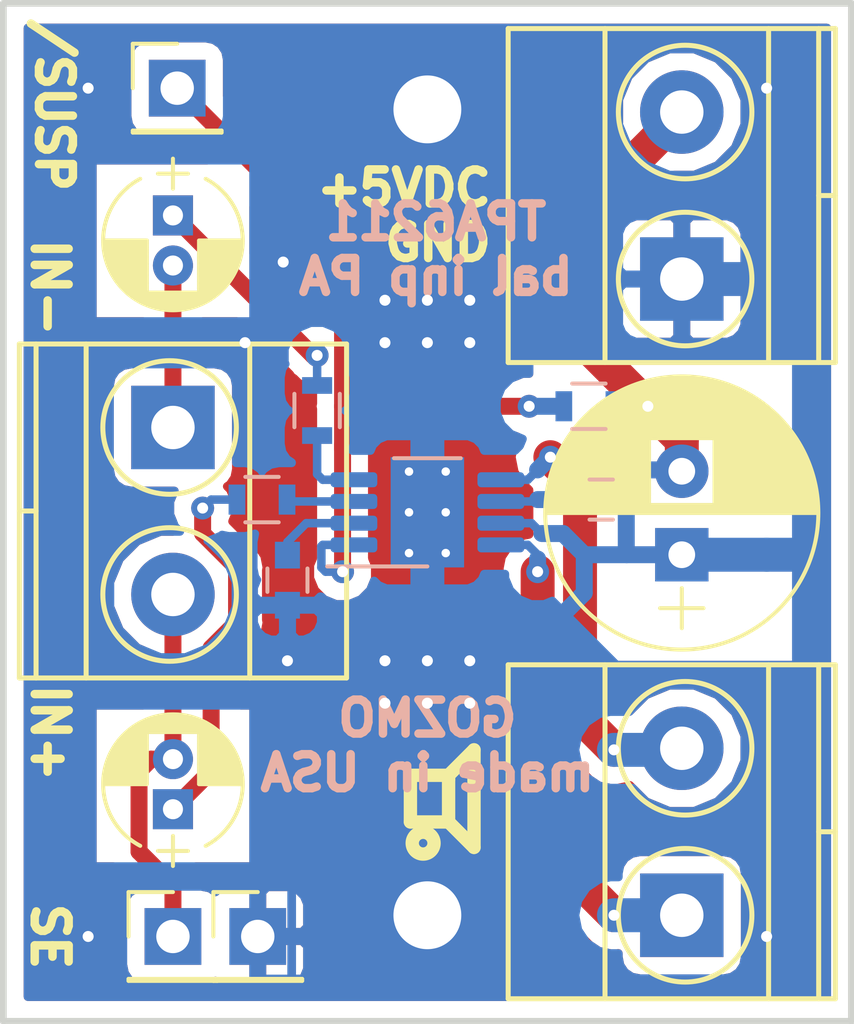
<source format=kicad_pcb>
(kicad_pcb (version 20171130) (host pcbnew 5.0.2-bee76a0~70~ubuntu16.04.1)

  (general
    (thickness 1.6)
    (drawings 24)
    (tracks 129)
    (zones 0)
    (modules 15)
    (nets 13)
  )

  (page A4)
  (layers
    (0 F.Cu signal)
    (31 B.Cu signal)
    (36 B.SilkS user)
    (37 F.SilkS user)
    (38 B.Mask user)
    (39 F.Mask user)
    (44 Edge.Cuts user)
    (45 Margin user hide)
    (46 B.CrtYd user)
    (47 F.CrtYd user)
  )

  (setup
    (last_trace_width 0.1524)
    (user_trace_width 0.254)
    (user_trace_width 0.508)
    (user_trace_width 1.016)
    (trace_clearance 0.1524)
    (zone_clearance 0.508)
    (zone_45_only no)
    (trace_min 0.1524)
    (segment_width 0.4)
    (edge_width 0.15)
    (via_size 0.6858)
    (via_drill 0.3302)
    (via_min_size 0.6858)
    (via_min_drill 0.3302)
    (uvia_size 0.6858)
    (uvia_drill 0.3302)
    (uvias_allowed no)
    (uvia_min_size 0.2)
    (uvia_min_drill 0.1)
    (pcb_text_width 0.3)
    (pcb_text_size 1.5 1.5)
    (mod_edge_width 0.15)
    (mod_text_size 1 1)
    (mod_text_width 0.15)
    (pad_size 1.524 1.524)
    (pad_drill 0.762)
    (pad_to_mask_clearance 0.051)
    (solder_mask_min_width 0.25)
    (aux_axis_origin 0 0)
    (visible_elements FFFFFF9F)
    (pcbplotparams
      (layerselection 0x010fc_ffffffff)
      (usegerberextensions false)
      (usegerberattributes false)
      (usegerberadvancedattributes false)
      (creategerberjobfile false)
      (excludeedgelayer true)
      (linewidth 0.100000)
      (plotframeref false)
      (viasonmask false)
      (mode 1)
      (useauxorigin false)
      (hpglpennumber 1)
      (hpglpenspeed 20)
      (hpglpendiameter 15.000000)
      (psnegative false)
      (psa4output false)
      (plotreference true)
      (plotvalue true)
      (plotinvisibletext false)
      (padsonsilk false)
      (subtractmaskfromsilk false)
      (outputformat 1)
      (mirror false)
      (drillshape 1)
      (scaleselection 1)
      (outputdirectory ""))
  )

  (net 0 "")
  (net 1 "Net-(C3-Pad2)")
  (net 2 "Net-(C2-Pad2)")
  (net 3 VCC)
  (net 4 GNDA)
  (net 5 "Net-(J3-Pad1)")
  (net 6 "Net-(J3-Pad2)")
  (net 7 "Net-(R1-Pad1)")
  (net 8 "Net-(R2-Pad1)")
  (net 9 "Net-(C2-Pad1)")
  (net 10 "Net-(C3-Pad1)")
  (net 11 "Net-(R3-Pad1)")
  (net 12 "Net-(C4-Pad2)")

  (net_class Default "This is the default net class."
    (clearance 0.1524)
    (trace_width 0.1524)
    (via_dia 0.6858)
    (via_drill 0.3302)
    (uvia_dia 0.6858)
    (uvia_drill 0.3302)
    (add_net GNDA)
    (add_net "Net-(C2-Pad1)")
    (add_net "Net-(C2-Pad2)")
    (add_net "Net-(C3-Pad1)")
    (add_net "Net-(C3-Pad2)")
    (add_net "Net-(C4-Pad2)")
    (add_net "Net-(J3-Pad1)")
    (add_net "Net-(J3-Pad2)")
    (add_net "Net-(R1-Pad1)")
    (add_net "Net-(R2-Pad1)")
    (add_net "Net-(R3-Pad1)")
    (add_net VCC)
  )

  (module Pin_Headers:Pin_Header_Straight_1x01_Pitch2.54mm (layer F.Cu) (tedit 5F893E5F) (tstamp 5F88CFFC)
    (at 118.11 104.775)
    (descr "Through hole straight pin header, 1x01, 2.54mm pitch, single row")
    (tags "Through hole pin header THT 1x01 2.54mm single row")
    (path /5F88B332)
    (fp_text reference TP3 (at 0 -2.33) (layer F.SilkS) hide
      (effects (font (size 1 1) (thickness 0.15)))
    )
    (fp_text value SingleEndedGnd (at 0 2.33) (layer F.Fab)
      (effects (font (size 1 1) (thickness 0.15)))
    )
    (fp_line (start -0.635 -1.27) (end 1.27 -1.27) (layer F.Fab) (width 0.1))
    (fp_line (start 1.27 -1.27) (end 1.27 1.27) (layer F.Fab) (width 0.1))
    (fp_line (start 1.27 1.27) (end -1.27 1.27) (layer F.Fab) (width 0.1))
    (fp_line (start -1.27 1.27) (end -1.27 -0.635) (layer F.Fab) (width 0.1))
    (fp_line (start -1.27 -0.635) (end -0.635 -1.27) (layer F.Fab) (width 0.1))
    (fp_line (start -1.33 1.33) (end 1.33 1.33) (layer F.SilkS) (width 0.12))
    (fp_line (start -1.33 1.27) (end -1.33 1.33) (layer F.SilkS) (width 0.12))
    (fp_line (start 1.33 1.27) (end 1.33 1.33) (layer F.SilkS) (width 0.12))
    (fp_line (start -1.33 1.27) (end 1.33 1.27) (layer F.SilkS) (width 0.12))
    (fp_line (start -1.33 0) (end -1.33 -1.33) (layer F.SilkS) (width 0.12))
    (fp_line (start -1.33 -1.33) (end 0 -1.33) (layer F.SilkS) (width 0.12))
    (fp_line (start -1.8 -1.8) (end -1.8 1.8) (layer F.CrtYd) (width 0.05))
    (fp_line (start -1.8 1.8) (end 1.8 1.8) (layer F.CrtYd) (width 0.05))
    (fp_line (start 1.8 1.8) (end 1.8 -1.8) (layer F.CrtYd) (width 0.05))
    (fp_line (start 1.8 -1.8) (end -1.8 -1.8) (layer F.CrtYd) (width 0.05))
    (fp_text user %R (at 0 0 90) (layer F.Fab)
      (effects (font (size 1 1) (thickness 0.15)))
    )
    (pad 1 thru_hole rect (at 0 0) (size 1.7 1.7) (drill 1) (layers *.Cu *.Mask)
      (net 4 GNDA))
    (model ${KISYS3DMOD}/Pin_Headers.3dshapes/Pin_Header_Straight_1x01_Pitch2.54mm.wrl
      (at (xyz 0 0 0))
      (scale (xyz 1 1 1))
      (rotate (xyz 0 0 0))
    )
  )

  (module Pin_Headers:Pin_Header_Straight_1x01_Pitch2.54mm (layer F.Cu) (tedit 5F893E68) (tstamp 5F88CFE7)
    (at 115.57 104.775)
    (descr "Through hole straight pin header, 1x01, 2.54mm pitch, single row")
    (tags "Through hole pin header THT 1x01 2.54mm single row")
    (path /5F88B236)
    (fp_text reference TP2 (at 0 -2.33) (layer F.SilkS) hide
      (effects (font (size 1 1) (thickness 0.15)))
    )
    (fp_text value SingleEnded (at 0 2.33) (layer F.Fab)
      (effects (font (size 1 1) (thickness 0.15)))
    )
    (fp_text user %R (at 0 0 90) (layer F.Fab)
      (effects (font (size 1 1) (thickness 0.15)))
    )
    (fp_line (start 1.8 -1.8) (end -1.8 -1.8) (layer F.CrtYd) (width 0.05))
    (fp_line (start 1.8 1.8) (end 1.8 -1.8) (layer F.CrtYd) (width 0.05))
    (fp_line (start -1.8 1.8) (end 1.8 1.8) (layer F.CrtYd) (width 0.05))
    (fp_line (start -1.8 -1.8) (end -1.8 1.8) (layer F.CrtYd) (width 0.05))
    (fp_line (start -1.33 -1.33) (end 0 -1.33) (layer F.SilkS) (width 0.12))
    (fp_line (start -1.33 0) (end -1.33 -1.33) (layer F.SilkS) (width 0.12))
    (fp_line (start -1.33 1.27) (end 1.33 1.27) (layer F.SilkS) (width 0.12))
    (fp_line (start 1.33 1.27) (end 1.33 1.33) (layer F.SilkS) (width 0.12))
    (fp_line (start -1.33 1.27) (end -1.33 1.33) (layer F.SilkS) (width 0.12))
    (fp_line (start -1.33 1.33) (end 1.33 1.33) (layer F.SilkS) (width 0.12))
    (fp_line (start -1.27 -0.635) (end -0.635 -1.27) (layer F.Fab) (width 0.1))
    (fp_line (start -1.27 1.27) (end -1.27 -0.635) (layer F.Fab) (width 0.1))
    (fp_line (start 1.27 1.27) (end -1.27 1.27) (layer F.Fab) (width 0.1))
    (fp_line (start 1.27 -1.27) (end 1.27 1.27) (layer F.Fab) (width 0.1))
    (fp_line (start -0.635 -1.27) (end 1.27 -1.27) (layer F.Fab) (width 0.1))
    (pad 1 thru_hole rect (at 0 0) (size 1.7 1.7) (drill 1) (layers *.Cu *.Mask)
      (net 2 "Net-(C2-Pad2)"))
    (model ${KISYS3DMOD}/Pin_Headers.3dshapes/Pin_Header_Straight_1x01_Pitch2.54mm.wrl
      (at (xyz 0 0 0))
      (scale (xyz 1 1 1))
      (rotate (xyz 0 0 0))
    )
  )

  (module TerminalBlocks_Phoenix:TerminalBlock_Phoenix_MKDS1.5-2pol (layer F.Cu) (tedit 5F88ACD5) (tstamp 5F88BAB4)
    (at 115.57 89.535 270)
    (descr "2-way 5mm pitch terminal block, Phoenix MKDS series")
    (path /5F7EBB97)
    (fp_text reference J1 (at 2.5 5.9 270) (layer F.Fab)
      (effects (font (size 1 1) (thickness 0.15)))
    )
    (fp_text value Screw_Terminal_01x02 (at 2.5 -6.6 270) (layer F.Fab)
      (effects (font (size 1 1) (thickness 0.15)))
    )
    (fp_circle (center 0 0.1) (end 2 0.1) (layer F.SilkS) (width 0.15))
    (fp_circle (center 5 0.1) (end 3 0.1) (layer F.SilkS) (width 0.15))
    (fp_line (start -2.5 -5.2) (end -2.5 4.6) (layer F.SilkS) (width 0.15))
    (fp_line (start 7.5 -5.2) (end -2.5 -5.2) (layer F.SilkS) (width 0.15))
    (fp_line (start 7.5 4.6) (end 7.5 -5.2) (layer F.SilkS) (width 0.15))
    (fp_line (start -2.5 4.6) (end 7.5 4.6) (layer F.SilkS) (width 0.15))
    (fp_line (start -2.5 4.1) (end 7.5 4.1) (layer F.SilkS) (width 0.15))
    (fp_line (start -2.5 -2.3) (end 7.5 -2.3) (layer F.SilkS) (width 0.15))
    (fp_line (start -2.5 2.6) (end 7.5 2.6) (layer F.SilkS) (width 0.15))
    (fp_line (start 2.5 4.1) (end 2.5 4.6) (layer F.SilkS) (width 0.15))
    (fp_line (start 7.7 -5.4) (end 7.7 4.8) (layer F.CrtYd) (width 0.05))
    (fp_line (start 7.7 4.8) (end -2.7 4.8) (layer F.CrtYd) (width 0.05))
    (fp_line (start -2.7 4.8) (end -2.7 -5.4) (layer F.CrtYd) (width 0.05))
    (fp_line (start -2.7 -5.4) (end 7.7 -5.4) (layer F.CrtYd) (width 0.05))
    (fp_text user %R (at 2.5 0 270) (layer F.Fab)
      (effects (font (size 1 1) (thickness 0.15)))
    )
    (pad 2 thru_hole circle (at 5 0 270) (size 2.5 2.5) (drill 1.3) (layers *.Cu *.Mask)
      (net 2 "Net-(C2-Pad2)"))
    (pad 1 thru_hole rect (at 0 0 270) (size 2.5 2.5) (drill 1.3) (layers *.Cu *.Mask)
      (net 1 "Net-(C3-Pad2)"))
    (model ${KISYS3DMOD}/TerminalBlock_Phoenix.3dshapes/TerminalBlock_Phoenix_MKDS1.5-2pol.wrl
      (offset (xyz 2.499359962463379 0 0))
      (scale (xyz 1 1 1))
      (rotate (xyz 0 0 0))
    )
  )

  (module TerminalBlocks_Phoenix:TerminalBlock_Phoenix_MKDS1.5-2pol (layer F.Cu) (tedit 5F879065) (tstamp 5F87722D)
    (at 130.81 104.14 90)
    (descr "2-way 5mm pitch terminal block, Phoenix MKDS series")
    (path /5F7EB918)
    (fp_text reference J3 (at 2.5 5.9 90) (layer B.Fab)
      (effects (font (size 1 1) (thickness 0.15)) (justify mirror))
    )
    (fp_text value Screw_Terminal_01x02 (at 2.5 -6.6 90) (layer F.Fab)
      (effects (font (size 1 1) (thickness 0.15)))
    )
    (fp_circle (center 0 0.1) (end 2 0.1) (layer F.SilkS) (width 0.15))
    (fp_circle (center 5 0.1) (end 3 0.1) (layer F.SilkS) (width 0.15))
    (fp_line (start -2.5 -5.2) (end -2.5 4.6) (layer F.SilkS) (width 0.15))
    (fp_line (start 7.5 -5.2) (end -2.5 -5.2) (layer F.SilkS) (width 0.15))
    (fp_line (start 7.5 4.6) (end 7.5 -5.2) (layer F.SilkS) (width 0.15))
    (fp_line (start -2.5 4.6) (end 7.5 4.6) (layer F.SilkS) (width 0.15))
    (fp_line (start -2.5 4.1) (end 7.5 4.1) (layer F.SilkS) (width 0.15))
    (fp_line (start -2.5 -2.3) (end 7.5 -2.3) (layer F.SilkS) (width 0.15))
    (fp_line (start -2.5 2.6) (end 7.5 2.6) (layer F.SilkS) (width 0.15))
    (fp_line (start 2.5 4.1) (end 2.5 4.6) (layer F.SilkS) (width 0.15))
    (fp_line (start 7.7 -5.4) (end 7.7 4.8) (layer F.CrtYd) (width 0.05))
    (fp_line (start 7.7 4.8) (end -2.7 4.8) (layer F.CrtYd) (width 0.05))
    (fp_line (start -2.7 4.8) (end -2.7 -5.4) (layer F.CrtYd) (width 0.05))
    (fp_line (start -2.7 -5.4) (end 7.7 -5.4) (layer F.CrtYd) (width 0.05))
    (fp_text user %R (at 2.5 0 90) (layer F.Fab)
      (effects (font (size 1 1) (thickness 0.15)))
    )
    (pad 2 thru_hole circle (at 5 0 90) (size 2.5 2.5) (drill 1.3) (layers *.Cu *.Mask)
      (net 6 "Net-(J3-Pad2)"))
    (pad 1 thru_hole rect (at 0 0 90) (size 2.5 2.5) (drill 1.3) (layers *.Cu *.Mask)
      (net 5 "Net-(J3-Pad1)"))
    (model ${KISYS3DMOD}/TerminalBlock_Phoenix.3dshapes/TerminalBlock_Phoenix_MKDS1.5-2pol.wrl
      (offset (xyz 2.499359962463379 0 0))
      (scale (xyz 1 1 1))
      (rotate (xyz 0 0 0))
    )
  )

  (module TerminalBlocks_Phoenix:TerminalBlock_Phoenix_MKDS1.5-2pol (layer F.Cu) (tedit 5F87905C) (tstamp 5F87620A)
    (at 130.81 85.09 90)
    (descr "2-way 5mm pitch terminal block, Phoenix MKDS series")
    (path /5F7EBB17)
    (fp_text reference J2 (at 2.5 5.9 90) (layer B.Fab)
      (effects (font (size 1 1) (thickness 0.15)) (justify mirror))
    )
    (fp_text value Screw_Terminal_01x02 (at 2.5 -6.6 90) (layer F.Fab)
      (effects (font (size 1 1) (thickness 0.15)))
    )
    (fp_text user %R (at 2.5 0 90) (layer F.Fab)
      (effects (font (size 1 1) (thickness 0.15)))
    )
    (fp_line (start -2.7 -5.4) (end 7.7 -5.4) (layer F.CrtYd) (width 0.05))
    (fp_line (start -2.7 4.8) (end -2.7 -5.4) (layer F.CrtYd) (width 0.05))
    (fp_line (start 7.7 4.8) (end -2.7 4.8) (layer F.CrtYd) (width 0.05))
    (fp_line (start 7.7 -5.4) (end 7.7 4.8) (layer F.CrtYd) (width 0.05))
    (fp_line (start 2.5 4.1) (end 2.5 4.6) (layer F.SilkS) (width 0.15))
    (fp_line (start -2.5 2.6) (end 7.5 2.6) (layer F.SilkS) (width 0.15))
    (fp_line (start -2.5 -2.3) (end 7.5 -2.3) (layer F.SilkS) (width 0.15))
    (fp_line (start -2.5 4.1) (end 7.5 4.1) (layer F.SilkS) (width 0.15))
    (fp_line (start -2.5 4.6) (end 7.5 4.6) (layer F.SilkS) (width 0.15))
    (fp_line (start 7.5 4.6) (end 7.5 -5.2) (layer F.SilkS) (width 0.15))
    (fp_line (start 7.5 -5.2) (end -2.5 -5.2) (layer F.SilkS) (width 0.15))
    (fp_line (start -2.5 -5.2) (end -2.5 4.6) (layer F.SilkS) (width 0.15))
    (fp_circle (center 5 0.1) (end 3 0.1) (layer F.SilkS) (width 0.15))
    (fp_circle (center 0 0.1) (end 2 0.1) (layer F.SilkS) (width 0.15))
    (pad 1 thru_hole rect (at 0 0 90) (size 2.5 2.5) (drill 1.3) (layers *.Cu *.Mask)
      (net 4 GNDA))
    (pad 2 thru_hole circle (at 5 0 90) (size 2.5 2.5) (drill 1.3) (layers *.Cu *.Mask)
      (net 3 VCC))
    (model ${KISYS3DMOD}/TerminalBlock_Phoenix.3dshapes/TerminalBlock_Phoenix_MKDS1.5-2pol.wrl
      (offset (xyz 2.499359962463379 0 0))
      (scale (xyz 1 1 1))
      (rotate (xyz 0 0 0))
    )
  )

  (module Pin_Headers:Pin_Header_Straight_1x01_Pitch2.54mm (layer F.Cu) (tedit 5F8790AC) (tstamp 5F8757C3)
    (at 115.697 79.375)
    (descr "Through hole straight pin header, 1x01, 2.54mm pitch, single row")
    (tags "Through hole pin header THT 1x01 2.54mm single row")
    (path /5F7EE223)
    (fp_text reference TP1 (at 0 -2.33) (layer B.Fab)
      (effects (font (size 1 1) (thickness 0.15)) (justify mirror))
    )
    (fp_text value ShutDown (at 0 2.33) (layer F.Fab)
      (effects (font (size 1 1) (thickness 0.15)))
    )
    (fp_text user %R (at 0 0 90) (layer F.Fab)
      (effects (font (size 1 1) (thickness 0.15)))
    )
    (fp_line (start 1.8 -1.8) (end -1.8 -1.8) (layer F.CrtYd) (width 0.05))
    (fp_line (start 1.8 1.8) (end 1.8 -1.8) (layer F.CrtYd) (width 0.05))
    (fp_line (start -1.8 1.8) (end 1.8 1.8) (layer F.CrtYd) (width 0.05))
    (fp_line (start -1.8 -1.8) (end -1.8 1.8) (layer F.CrtYd) (width 0.05))
    (fp_line (start -1.33 -1.33) (end 0 -1.33) (layer F.SilkS) (width 0.12))
    (fp_line (start -1.33 0) (end -1.33 -1.33) (layer F.SilkS) (width 0.12))
    (fp_line (start -1.33 1.27) (end 1.33 1.27) (layer F.SilkS) (width 0.12))
    (fp_line (start 1.33 1.27) (end 1.33 1.33) (layer F.SilkS) (width 0.12))
    (fp_line (start -1.33 1.27) (end -1.33 1.33) (layer F.SilkS) (width 0.12))
    (fp_line (start -1.33 1.33) (end 1.33 1.33) (layer F.SilkS) (width 0.12))
    (fp_line (start -1.27 -0.635) (end -0.635 -1.27) (layer F.Fab) (width 0.1))
    (fp_line (start -1.27 1.27) (end -1.27 -0.635) (layer F.Fab) (width 0.1))
    (fp_line (start 1.27 1.27) (end -1.27 1.27) (layer F.Fab) (width 0.1))
    (fp_line (start 1.27 -1.27) (end 1.27 1.27) (layer F.Fab) (width 0.1))
    (fp_line (start -0.635 -1.27) (end 1.27 -1.27) (layer F.Fab) (width 0.1))
    (pad 1 thru_hole rect (at 0 0) (size 1.7 1.7) (drill 1) (layers *.Cu *.Mask)
      (net 7 "Net-(R1-Pad1)"))
    (model ${KISYS3DMOD}/Pin_Headers.3dshapes/Pin_Header_Straight_1x01_Pitch2.54mm.wrl
      (at (xyz 0 0 0))
      (scale (xyz 1 1 1))
      (rotate (xyz 0 0 0))
    )
  )

  (module Capacitors_SMD:C_0603 (layer B.Cu) (tedit 5F878FE6) (tstamp 5F8756E6)
    (at 128.397 91.694 180)
    (descr "Capacitor SMD 0603, reflow soldering, AVX (see smccp.pdf)")
    (tags "capacitor 0603")
    (path /5F7EC9FF)
    (attr smd)
    (fp_text reference C5 (at 0 1.5 180) (layer B.Fab)
      (effects (font (size 1 1) (thickness 0.15)) (justify mirror))
    )
    (fp_text value C_Small (at 0 -1.5 180) (layer B.Fab)
      (effects (font (size 1 1) (thickness 0.15)) (justify mirror))
    )
    (fp_line (start 1.4 -0.65) (end -1.4 -0.65) (layer B.CrtYd) (width 0.05))
    (fp_line (start 1.4 -0.65) (end 1.4 0.65) (layer B.CrtYd) (width 0.05))
    (fp_line (start -1.4 0.65) (end -1.4 -0.65) (layer B.CrtYd) (width 0.05))
    (fp_line (start -1.4 0.65) (end 1.4 0.65) (layer B.CrtYd) (width 0.05))
    (fp_line (start 0.35 -0.6) (end -0.35 -0.6) (layer B.SilkS) (width 0.12))
    (fp_line (start -0.35 0.6) (end 0.35 0.6) (layer B.SilkS) (width 0.12))
    (fp_line (start -0.8 0.4) (end 0.8 0.4) (layer B.Fab) (width 0.1))
    (fp_line (start 0.8 0.4) (end 0.8 -0.4) (layer B.Fab) (width 0.1))
    (fp_line (start 0.8 -0.4) (end -0.8 -0.4) (layer B.Fab) (width 0.1))
    (fp_line (start -0.8 -0.4) (end -0.8 0.4) (layer B.Fab) (width 0.1))
    (fp_text user %R (at 0 0 180) (layer B.Fab)
      (effects (font (size 0.3 0.3) (thickness 0.075)) (justify mirror))
    )
    (pad 2 smd rect (at 0.75 0 180) (size 0.8 0.75) (layers B.Cu B.Paste B.Mask)
      (net 3 VCC))
    (pad 1 smd rect (at -0.75 0 180) (size 0.8 0.75) (layers B.Cu B.Paste B.Mask)
      (net 4 GNDA))
    (model Capacitors_SMD.3dshapes/C_0603.wrl
      (at (xyz 0 0 0))
      (scale (xyz 1 1 1))
      (rotate (xyz 0 0 0))
    )
  )

  (module Capacitors_SMD:C_0603 (layer B.Cu) (tedit 5F879006) (tstamp 5F878BBD)
    (at 118.999 94.107 90)
    (descr "Capacitor SMD 0603, reflow soldering, AVX (see smccp.pdf)")
    (tags "capacitor 0603")
    (path /5F7ED8E9)
    (attr smd)
    (fp_text reference C4 (at 0 1.5 90) (layer B.Fab) hide
      (effects (font (size 1 1) (thickness 0.15)) (justify mirror))
    )
    (fp_text value 1u (at 0 -1.5 90) (layer B.Fab)
      (effects (font (size 1 1) (thickness 0.15)) (justify mirror))
    )
    (fp_text user %R (at 0 0 90) (layer B.Fab)
      (effects (font (size 0.3 0.3) (thickness 0.075)) (justify mirror))
    )
    (fp_line (start -0.8 -0.4) (end -0.8 0.4) (layer B.Fab) (width 0.1))
    (fp_line (start 0.8 -0.4) (end -0.8 -0.4) (layer B.Fab) (width 0.1))
    (fp_line (start 0.8 0.4) (end 0.8 -0.4) (layer B.Fab) (width 0.1))
    (fp_line (start -0.8 0.4) (end 0.8 0.4) (layer B.Fab) (width 0.1))
    (fp_line (start -0.35 0.6) (end 0.35 0.6) (layer B.SilkS) (width 0.12))
    (fp_line (start 0.35 -0.6) (end -0.35 -0.6) (layer B.SilkS) (width 0.12))
    (fp_line (start -1.4 0.65) (end 1.4 0.65) (layer B.CrtYd) (width 0.05))
    (fp_line (start -1.4 0.65) (end -1.4 -0.65) (layer B.CrtYd) (width 0.05))
    (fp_line (start 1.4 -0.65) (end 1.4 0.65) (layer B.CrtYd) (width 0.05))
    (fp_line (start 1.4 -0.65) (end -1.4 -0.65) (layer B.CrtYd) (width 0.05))
    (pad 1 smd rect (at -0.75 0 90) (size 0.8 0.75) (layers B.Cu B.Paste B.Mask)
      (net 4 GNDA))
    (pad 2 smd rect (at 0.75 0 90) (size 0.8 0.75) (layers B.Cu B.Paste B.Mask)
      (net 12 "Net-(C4-Pad2)"))
    (model Capacitors_SMD.3dshapes/C_0603.wrl
      (at (xyz 0 0 0))
      (scale (xyz 1 1 1))
      (rotate (xyz 0 0 0))
    )
  )

  (module Capacitors_THT:CP_Radial_D4.0mm_P1.50mm (layer F.Cu) (tedit 5F87903B) (tstamp 5F8156E9)
    (at 115.57 83.185 270)
    (descr "CP, Radial series, Radial, pin pitch=1.50mm, , diameter=4mm, Electrolytic Capacitor")
    (tags "CP Radial series Radial pin pitch 1.50mm  diameter 4mm Electrolytic Capacitor")
    (path /5F7EB3B5)
    (fp_text reference C3 (at 0.75 -3.31 270) (layer B.Fab) hide
      (effects (font (size 1 1) (thickness 0.15)) (justify mirror))
    )
    (fp_text value 10u (at 0.75 3.31 270) (layer F.Fab)
      (effects (font (size 1 1) (thickness 0.15)))
    )
    (fp_arc (start 0.75 0) (end -1.095996 -0.98) (angle 124.1) (layer F.SilkS) (width 0.12))
    (fp_arc (start 0.75 0) (end -1.095996 0.98) (angle -124.1) (layer F.SilkS) (width 0.12))
    (fp_arc (start 0.75 0) (end 2.595996 -0.98) (angle 55.9) (layer F.SilkS) (width 0.12))
    (fp_circle (center 0.75 0) (end 2.75 0) (layer F.Fab) (width 0.1))
    (fp_line (start -1.7 0) (end -0.8 0) (layer F.Fab) (width 0.1))
    (fp_line (start -1.25 -0.45) (end -1.25 0.45) (layer F.Fab) (width 0.1))
    (fp_line (start 0.75 0.78) (end 0.75 2.05) (layer F.SilkS) (width 0.12))
    (fp_line (start 0.75 -2.05) (end 0.75 -0.78) (layer F.SilkS) (width 0.12))
    (fp_line (start 0.79 -2.05) (end 0.79 -0.78) (layer F.SilkS) (width 0.12))
    (fp_line (start 0.79 0.78) (end 0.79 2.05) (layer F.SilkS) (width 0.12))
    (fp_line (start 0.83 -2.049) (end 0.83 -0.78) (layer F.SilkS) (width 0.12))
    (fp_line (start 0.83 0.78) (end 0.83 2.049) (layer F.SilkS) (width 0.12))
    (fp_line (start 0.87 -2.047) (end 0.87 -0.78) (layer F.SilkS) (width 0.12))
    (fp_line (start 0.87 0.78) (end 0.87 2.047) (layer F.SilkS) (width 0.12))
    (fp_line (start 0.91 -2.044) (end 0.91 -0.78) (layer F.SilkS) (width 0.12))
    (fp_line (start 0.91 0.78) (end 0.91 2.044) (layer F.SilkS) (width 0.12))
    (fp_line (start 0.95 -2.041) (end 0.95 -0.78) (layer F.SilkS) (width 0.12))
    (fp_line (start 0.95 0.78) (end 0.95 2.041) (layer F.SilkS) (width 0.12))
    (fp_line (start 0.99 -2.037) (end 0.99 -0.78) (layer F.SilkS) (width 0.12))
    (fp_line (start 0.99 0.78) (end 0.99 2.037) (layer F.SilkS) (width 0.12))
    (fp_line (start 1.03 -2.032) (end 1.03 -0.78) (layer F.SilkS) (width 0.12))
    (fp_line (start 1.03 0.78) (end 1.03 2.032) (layer F.SilkS) (width 0.12))
    (fp_line (start 1.07 -2.026) (end 1.07 -0.78) (layer F.SilkS) (width 0.12))
    (fp_line (start 1.07 0.78) (end 1.07 2.026) (layer F.SilkS) (width 0.12))
    (fp_line (start 1.11 -2.019) (end 1.11 -0.78) (layer F.SilkS) (width 0.12))
    (fp_line (start 1.11 0.78) (end 1.11 2.019) (layer F.SilkS) (width 0.12))
    (fp_line (start 1.15 -2.012) (end 1.15 -0.78) (layer F.SilkS) (width 0.12))
    (fp_line (start 1.15 0.78) (end 1.15 2.012) (layer F.SilkS) (width 0.12))
    (fp_line (start 1.19 -2.004) (end 1.19 -0.78) (layer F.SilkS) (width 0.12))
    (fp_line (start 1.19 0.78) (end 1.19 2.004) (layer F.SilkS) (width 0.12))
    (fp_line (start 1.23 -1.995) (end 1.23 -0.78) (layer F.SilkS) (width 0.12))
    (fp_line (start 1.23 0.78) (end 1.23 1.995) (layer F.SilkS) (width 0.12))
    (fp_line (start 1.27 -1.985) (end 1.27 -0.78) (layer F.SilkS) (width 0.12))
    (fp_line (start 1.27 0.78) (end 1.27 1.985) (layer F.SilkS) (width 0.12))
    (fp_line (start 1.31 -1.974) (end 1.31 -0.78) (layer F.SilkS) (width 0.12))
    (fp_line (start 1.31 0.78) (end 1.31 1.974) (layer F.SilkS) (width 0.12))
    (fp_line (start 1.35 -1.963) (end 1.35 -0.78) (layer F.SilkS) (width 0.12))
    (fp_line (start 1.35 0.78) (end 1.35 1.963) (layer F.SilkS) (width 0.12))
    (fp_line (start 1.39 -1.95) (end 1.39 -0.78) (layer F.SilkS) (width 0.12))
    (fp_line (start 1.39 0.78) (end 1.39 1.95) (layer F.SilkS) (width 0.12))
    (fp_line (start 1.43 -1.937) (end 1.43 -0.78) (layer F.SilkS) (width 0.12))
    (fp_line (start 1.43 0.78) (end 1.43 1.937) (layer F.SilkS) (width 0.12))
    (fp_line (start 1.471 -1.923) (end 1.471 -0.78) (layer F.SilkS) (width 0.12))
    (fp_line (start 1.471 0.78) (end 1.471 1.923) (layer F.SilkS) (width 0.12))
    (fp_line (start 1.511 -1.907) (end 1.511 -0.78) (layer F.SilkS) (width 0.12))
    (fp_line (start 1.511 0.78) (end 1.511 1.907) (layer F.SilkS) (width 0.12))
    (fp_line (start 1.551 -1.891) (end 1.551 -0.78) (layer F.SilkS) (width 0.12))
    (fp_line (start 1.551 0.78) (end 1.551 1.891) (layer F.SilkS) (width 0.12))
    (fp_line (start 1.591 -1.874) (end 1.591 -0.78) (layer F.SilkS) (width 0.12))
    (fp_line (start 1.591 0.78) (end 1.591 1.874) (layer F.SilkS) (width 0.12))
    (fp_line (start 1.631 -1.856) (end 1.631 -0.78) (layer F.SilkS) (width 0.12))
    (fp_line (start 1.631 0.78) (end 1.631 1.856) (layer F.SilkS) (width 0.12))
    (fp_line (start 1.671 -1.837) (end 1.671 -0.78) (layer F.SilkS) (width 0.12))
    (fp_line (start 1.671 0.78) (end 1.671 1.837) (layer F.SilkS) (width 0.12))
    (fp_line (start 1.711 -1.817) (end 1.711 -0.78) (layer F.SilkS) (width 0.12))
    (fp_line (start 1.711 0.78) (end 1.711 1.817) (layer F.SilkS) (width 0.12))
    (fp_line (start 1.751 -1.796) (end 1.751 -0.78) (layer F.SilkS) (width 0.12))
    (fp_line (start 1.751 0.78) (end 1.751 1.796) (layer F.SilkS) (width 0.12))
    (fp_line (start 1.791 -1.773) (end 1.791 -0.78) (layer F.SilkS) (width 0.12))
    (fp_line (start 1.791 0.78) (end 1.791 1.773) (layer F.SilkS) (width 0.12))
    (fp_line (start 1.831 -1.75) (end 1.831 -0.78) (layer F.SilkS) (width 0.12))
    (fp_line (start 1.831 0.78) (end 1.831 1.75) (layer F.SilkS) (width 0.12))
    (fp_line (start 1.871 -1.725) (end 1.871 -0.78) (layer F.SilkS) (width 0.12))
    (fp_line (start 1.871 0.78) (end 1.871 1.725) (layer F.SilkS) (width 0.12))
    (fp_line (start 1.911 -1.699) (end 1.911 -0.78) (layer F.SilkS) (width 0.12))
    (fp_line (start 1.911 0.78) (end 1.911 1.699) (layer F.SilkS) (width 0.12))
    (fp_line (start 1.951 -1.672) (end 1.951 -0.78) (layer F.SilkS) (width 0.12))
    (fp_line (start 1.951 0.78) (end 1.951 1.672) (layer F.SilkS) (width 0.12))
    (fp_line (start 1.991 -1.643) (end 1.991 -0.78) (layer F.SilkS) (width 0.12))
    (fp_line (start 1.991 0.78) (end 1.991 1.643) (layer F.SilkS) (width 0.12))
    (fp_line (start 2.031 -1.613) (end 2.031 -0.78) (layer F.SilkS) (width 0.12))
    (fp_line (start 2.031 0.78) (end 2.031 1.613) (layer F.SilkS) (width 0.12))
    (fp_line (start 2.071 -1.581) (end 2.071 -0.78) (layer F.SilkS) (width 0.12))
    (fp_line (start 2.071 0.78) (end 2.071 1.581) (layer F.SilkS) (width 0.12))
    (fp_line (start 2.111 -1.547) (end 2.111 -0.78) (layer F.SilkS) (width 0.12))
    (fp_line (start 2.111 0.78) (end 2.111 1.547) (layer F.SilkS) (width 0.12))
    (fp_line (start 2.151 -1.512) (end 2.151 -0.78) (layer F.SilkS) (width 0.12))
    (fp_line (start 2.151 0.78) (end 2.151 1.512) (layer F.SilkS) (width 0.12))
    (fp_line (start 2.191 -1.475) (end 2.191 -0.78) (layer F.SilkS) (width 0.12))
    (fp_line (start 2.191 0.78) (end 2.191 1.475) (layer F.SilkS) (width 0.12))
    (fp_line (start 2.231 -1.436) (end 2.231 -0.78) (layer F.SilkS) (width 0.12))
    (fp_line (start 2.231 0.78) (end 2.231 1.436) (layer F.SilkS) (width 0.12))
    (fp_line (start 2.271 -1.395) (end 2.271 -0.78) (layer F.SilkS) (width 0.12))
    (fp_line (start 2.271 0.78) (end 2.271 1.395) (layer F.SilkS) (width 0.12))
    (fp_line (start 2.311 -1.351) (end 2.311 1.351) (layer F.SilkS) (width 0.12))
    (fp_line (start 2.351 -1.305) (end 2.351 1.305) (layer F.SilkS) (width 0.12))
    (fp_line (start 2.391 -1.256) (end 2.391 1.256) (layer F.SilkS) (width 0.12))
    (fp_line (start 2.431 -1.204) (end 2.431 1.204) (layer F.SilkS) (width 0.12))
    (fp_line (start 2.471 -1.148) (end 2.471 1.148) (layer F.SilkS) (width 0.12))
    (fp_line (start 2.511 -1.088) (end 2.511 1.088) (layer F.SilkS) (width 0.12))
    (fp_line (start 2.551 -1.023) (end 2.551 1.023) (layer F.SilkS) (width 0.12))
    (fp_line (start 2.591 -0.952) (end 2.591 0.952) (layer F.SilkS) (width 0.12))
    (fp_line (start 2.631 -0.874) (end 2.631 0.874) (layer F.SilkS) (width 0.12))
    (fp_line (start 2.671 -0.786) (end 2.671 0.786) (layer F.SilkS) (width 0.12))
    (fp_line (start 2.711 -0.686) (end 2.711 0.686) (layer F.SilkS) (width 0.12))
    (fp_line (start 2.751 -0.567) (end 2.751 0.567) (layer F.SilkS) (width 0.12))
    (fp_line (start 2.791 -0.415) (end 2.791 0.415) (layer F.SilkS) (width 0.12))
    (fp_line (start 2.831 -0.165) (end 2.831 0.165) (layer F.SilkS) (width 0.12))
    (fp_line (start -1.7 0) (end -0.8 0) (layer F.SilkS) (width 0.12))
    (fp_line (start -1.25 -0.45) (end -1.25 0.45) (layer F.SilkS) (width 0.12))
    (fp_line (start -1.6 -2.35) (end -1.6 2.35) (layer F.CrtYd) (width 0.05))
    (fp_line (start -1.6 2.35) (end 3.1 2.35) (layer F.CrtYd) (width 0.05))
    (fp_line (start 3.1 2.35) (end 3.1 -2.35) (layer F.CrtYd) (width 0.05))
    (fp_line (start 3.1 -2.35) (end -1.6 -2.35) (layer F.CrtYd) (width 0.05))
    (fp_text user %R (at 0.75 0 270) (layer F.Fab)
      (effects (font (size 1 1) (thickness 0.15)))
    )
    (pad 1 thru_hole rect (at 0 0 270) (size 1.2 1.2) (drill 0.6) (layers *.Cu *.Mask)
      (net 10 "Net-(C3-Pad1)"))
    (pad 2 thru_hole circle (at 1.5 0 270) (size 1.2 1.2) (drill 0.6) (layers *.Cu *.Mask)
      (net 1 "Net-(C3-Pad2)"))
    (model ${KISYS3DMOD}/Capacitors_THT.3dshapes/CP_Radial_D4.0mm_P1.50mm.wrl
      (at (xyz 0 0 0))
      (scale (xyz 1 1 1))
      (rotate (xyz 0 0 0))
    )
  )

  (module Capacitors_THT:CP_Radial_D4.0mm_P1.50mm (layer F.Cu) (tedit 5F878F47) (tstamp 5F81567A)
    (at 115.57 100.965 90)
    (descr "CP, Radial series, Radial, pin pitch=1.50mm, , diameter=4mm, Electrolytic Capacitor")
    (tags "CP Radial series Radial pin pitch 1.50mm  diameter 4mm Electrolytic Capacitor")
    (path /5F7EB322)
    (fp_text reference C2 (at 0.75 -3.31 90) (layer F.SilkS) hide
      (effects (font (size 1 1) (thickness 0.15)))
    )
    (fp_text value 10uF (at 0.75 3.31 90) (layer F.Fab)
      (effects (font (size 1 1) (thickness 0.15)))
    )
    (fp_text user %R (at 0.75 0 90) (layer F.Fab)
      (effects (font (size 1 1) (thickness 0.15)))
    )
    (fp_line (start 3.1 -2.35) (end -1.6 -2.35) (layer F.CrtYd) (width 0.05))
    (fp_line (start 3.1 2.35) (end 3.1 -2.35) (layer F.CrtYd) (width 0.05))
    (fp_line (start -1.6 2.35) (end 3.1 2.35) (layer F.CrtYd) (width 0.05))
    (fp_line (start -1.6 -2.35) (end -1.6 2.35) (layer F.CrtYd) (width 0.05))
    (fp_line (start -1.25 -0.45) (end -1.25 0.45) (layer F.SilkS) (width 0.12))
    (fp_line (start -1.7 0) (end -0.8 0) (layer F.SilkS) (width 0.12))
    (fp_line (start 2.831 -0.165) (end 2.831 0.165) (layer F.SilkS) (width 0.12))
    (fp_line (start 2.791 -0.415) (end 2.791 0.415) (layer F.SilkS) (width 0.12))
    (fp_line (start 2.751 -0.567) (end 2.751 0.567) (layer F.SilkS) (width 0.12))
    (fp_line (start 2.711 -0.686) (end 2.711 0.686) (layer F.SilkS) (width 0.12))
    (fp_line (start 2.671 -0.786) (end 2.671 0.786) (layer F.SilkS) (width 0.12))
    (fp_line (start 2.631 -0.874) (end 2.631 0.874) (layer F.SilkS) (width 0.12))
    (fp_line (start 2.591 -0.952) (end 2.591 0.952) (layer F.SilkS) (width 0.12))
    (fp_line (start 2.551 -1.023) (end 2.551 1.023) (layer F.SilkS) (width 0.12))
    (fp_line (start 2.511 -1.088) (end 2.511 1.088) (layer F.SilkS) (width 0.12))
    (fp_line (start 2.471 -1.148) (end 2.471 1.148) (layer F.SilkS) (width 0.12))
    (fp_line (start 2.431 -1.204) (end 2.431 1.204) (layer F.SilkS) (width 0.12))
    (fp_line (start 2.391 -1.256) (end 2.391 1.256) (layer F.SilkS) (width 0.12))
    (fp_line (start 2.351 -1.305) (end 2.351 1.305) (layer F.SilkS) (width 0.12))
    (fp_line (start 2.311 -1.351) (end 2.311 1.351) (layer F.SilkS) (width 0.12))
    (fp_line (start 2.271 0.78) (end 2.271 1.395) (layer F.SilkS) (width 0.12))
    (fp_line (start 2.271 -1.395) (end 2.271 -0.78) (layer F.SilkS) (width 0.12))
    (fp_line (start 2.231 0.78) (end 2.231 1.436) (layer F.SilkS) (width 0.12))
    (fp_line (start 2.231 -1.436) (end 2.231 -0.78) (layer F.SilkS) (width 0.12))
    (fp_line (start 2.191 0.78) (end 2.191 1.475) (layer F.SilkS) (width 0.12))
    (fp_line (start 2.191 -1.475) (end 2.191 -0.78) (layer F.SilkS) (width 0.12))
    (fp_line (start 2.151 0.78) (end 2.151 1.512) (layer F.SilkS) (width 0.12))
    (fp_line (start 2.151 -1.512) (end 2.151 -0.78) (layer F.SilkS) (width 0.12))
    (fp_line (start 2.111 0.78) (end 2.111 1.547) (layer F.SilkS) (width 0.12))
    (fp_line (start 2.111 -1.547) (end 2.111 -0.78) (layer F.SilkS) (width 0.12))
    (fp_line (start 2.071 0.78) (end 2.071 1.581) (layer F.SilkS) (width 0.12))
    (fp_line (start 2.071 -1.581) (end 2.071 -0.78) (layer F.SilkS) (width 0.12))
    (fp_line (start 2.031 0.78) (end 2.031 1.613) (layer F.SilkS) (width 0.12))
    (fp_line (start 2.031 -1.613) (end 2.031 -0.78) (layer F.SilkS) (width 0.12))
    (fp_line (start 1.991 0.78) (end 1.991 1.643) (layer F.SilkS) (width 0.12))
    (fp_line (start 1.991 -1.643) (end 1.991 -0.78) (layer F.SilkS) (width 0.12))
    (fp_line (start 1.951 0.78) (end 1.951 1.672) (layer F.SilkS) (width 0.12))
    (fp_line (start 1.951 -1.672) (end 1.951 -0.78) (layer F.SilkS) (width 0.12))
    (fp_line (start 1.911 0.78) (end 1.911 1.699) (layer F.SilkS) (width 0.12))
    (fp_line (start 1.911 -1.699) (end 1.911 -0.78) (layer F.SilkS) (width 0.12))
    (fp_line (start 1.871 0.78) (end 1.871 1.725) (layer F.SilkS) (width 0.12))
    (fp_line (start 1.871 -1.725) (end 1.871 -0.78) (layer F.SilkS) (width 0.12))
    (fp_line (start 1.831 0.78) (end 1.831 1.75) (layer F.SilkS) (width 0.12))
    (fp_line (start 1.831 -1.75) (end 1.831 -0.78) (layer F.SilkS) (width 0.12))
    (fp_line (start 1.791 0.78) (end 1.791 1.773) (layer F.SilkS) (width 0.12))
    (fp_line (start 1.791 -1.773) (end 1.791 -0.78) (layer F.SilkS) (width 0.12))
    (fp_line (start 1.751 0.78) (end 1.751 1.796) (layer F.SilkS) (width 0.12))
    (fp_line (start 1.751 -1.796) (end 1.751 -0.78) (layer F.SilkS) (width 0.12))
    (fp_line (start 1.711 0.78) (end 1.711 1.817) (layer F.SilkS) (width 0.12))
    (fp_line (start 1.711 -1.817) (end 1.711 -0.78) (layer F.SilkS) (width 0.12))
    (fp_line (start 1.671 0.78) (end 1.671 1.837) (layer F.SilkS) (width 0.12))
    (fp_line (start 1.671 -1.837) (end 1.671 -0.78) (layer F.SilkS) (width 0.12))
    (fp_line (start 1.631 0.78) (end 1.631 1.856) (layer F.SilkS) (width 0.12))
    (fp_line (start 1.631 -1.856) (end 1.631 -0.78) (layer F.SilkS) (width 0.12))
    (fp_line (start 1.591 0.78) (end 1.591 1.874) (layer F.SilkS) (width 0.12))
    (fp_line (start 1.591 -1.874) (end 1.591 -0.78) (layer F.SilkS) (width 0.12))
    (fp_line (start 1.551 0.78) (end 1.551 1.891) (layer F.SilkS) (width 0.12))
    (fp_line (start 1.551 -1.891) (end 1.551 -0.78) (layer F.SilkS) (width 0.12))
    (fp_line (start 1.511 0.78) (end 1.511 1.907) (layer F.SilkS) (width 0.12))
    (fp_line (start 1.511 -1.907) (end 1.511 -0.78) (layer F.SilkS) (width 0.12))
    (fp_line (start 1.471 0.78) (end 1.471 1.923) (layer F.SilkS) (width 0.12))
    (fp_line (start 1.471 -1.923) (end 1.471 -0.78) (layer F.SilkS) (width 0.12))
    (fp_line (start 1.43 0.78) (end 1.43 1.937) (layer F.SilkS) (width 0.12))
    (fp_line (start 1.43 -1.937) (end 1.43 -0.78) (layer F.SilkS) (width 0.12))
    (fp_line (start 1.39 0.78) (end 1.39 1.95) (layer F.SilkS) (width 0.12))
    (fp_line (start 1.39 -1.95) (end 1.39 -0.78) (layer F.SilkS) (width 0.12))
    (fp_line (start 1.35 0.78) (end 1.35 1.963) (layer F.SilkS) (width 0.12))
    (fp_line (start 1.35 -1.963) (end 1.35 -0.78) (layer F.SilkS) (width 0.12))
    (fp_line (start 1.31 0.78) (end 1.31 1.974) (layer F.SilkS) (width 0.12))
    (fp_line (start 1.31 -1.974) (end 1.31 -0.78) (layer F.SilkS) (width 0.12))
    (fp_line (start 1.27 0.78) (end 1.27 1.985) (layer F.SilkS) (width 0.12))
    (fp_line (start 1.27 -1.985) (end 1.27 -0.78) (layer F.SilkS) (width 0.12))
    (fp_line (start 1.23 0.78) (end 1.23 1.995) (layer F.SilkS) (width 0.12))
    (fp_line (start 1.23 -1.995) (end 1.23 -0.78) (layer F.SilkS) (width 0.12))
    (fp_line (start 1.19 0.78) (end 1.19 2.004) (layer F.SilkS) (width 0.12))
    (fp_line (start 1.19 -2.004) (end 1.19 -0.78) (layer F.SilkS) (width 0.12))
    (fp_line (start 1.15 0.78) (end 1.15 2.012) (layer F.SilkS) (width 0.12))
    (fp_line (start 1.15 -2.012) (end 1.15 -0.78) (layer F.SilkS) (width 0.12))
    (fp_line (start 1.11 0.78) (end 1.11 2.019) (layer F.SilkS) (width 0.12))
    (fp_line (start 1.11 -2.019) (end 1.11 -0.78) (layer F.SilkS) (width 0.12))
    (fp_line (start 1.07 0.78) (end 1.07 2.026) (layer F.SilkS) (width 0.12))
    (fp_line (start 1.07 -2.026) (end 1.07 -0.78) (layer F.SilkS) (width 0.12))
    (fp_line (start 1.03 0.78) (end 1.03 2.032) (layer F.SilkS) (width 0.12))
    (fp_line (start 1.03 -2.032) (end 1.03 -0.78) (layer F.SilkS) (width 0.12))
    (fp_line (start 0.99 0.78) (end 0.99 2.037) (layer F.SilkS) (width 0.12))
    (fp_line (start 0.99 -2.037) (end 0.99 -0.78) (layer F.SilkS) (width 0.12))
    (fp_line (start 0.95 0.78) (end 0.95 2.041) (layer F.SilkS) (width 0.12))
    (fp_line (start 0.95 -2.041) (end 0.95 -0.78) (layer F.SilkS) (width 0.12))
    (fp_line (start 0.91 0.78) (end 0.91 2.044) (layer F.SilkS) (width 0.12))
    (fp_line (start 0.91 -2.044) (end 0.91 -0.78) (layer F.SilkS) (width 0.12))
    (fp_line (start 0.87 0.78) (end 0.87 2.047) (layer F.SilkS) (width 0.12))
    (fp_line (start 0.87 -2.047) (end 0.87 -0.78) (layer F.SilkS) (width 0.12))
    (fp_line (start 0.83 0.78) (end 0.83 2.049) (layer F.SilkS) (width 0.12))
    (fp_line (start 0.83 -2.049) (end 0.83 -0.78) (layer F.SilkS) (width 0.12))
    (fp_line (start 0.79 0.78) (end 0.79 2.05) (layer F.SilkS) (width 0.12))
    (fp_line (start 0.79 -2.05) (end 0.79 -0.78) (layer F.SilkS) (width 0.12))
    (fp_line (start 0.75 -2.05) (end 0.75 -0.78) (layer F.SilkS) (width 0.12))
    (fp_line (start 0.75 0.78) (end 0.75 2.05) (layer F.SilkS) (width 0.12))
    (fp_line (start -1.25 -0.45) (end -1.25 0.45) (layer F.Fab) (width 0.1))
    (fp_line (start -1.7 0) (end -0.8 0) (layer F.Fab) (width 0.1))
    (fp_circle (center 0.75 0) (end 2.75 0) (layer F.Fab) (width 0.1))
    (fp_arc (start 0.75 0) (end 2.595996 -0.98) (angle 55.9) (layer F.SilkS) (width 0.12))
    (fp_arc (start 0.75 0) (end -1.095996 0.98) (angle -124.1) (layer F.SilkS) (width 0.12))
    (fp_arc (start 0.75 0) (end -1.095996 -0.98) (angle 124.1) (layer F.SilkS) (width 0.12))
    (pad 2 thru_hole circle (at 1.5 0 90) (size 1.2 1.2) (drill 0.6) (layers *.Cu *.Mask)
      (net 2 "Net-(C2-Pad2)"))
    (pad 1 thru_hole rect (at 0 0 90) (size 1.2 1.2) (drill 0.6) (layers *.Cu *.Mask)
      (net 9 "Net-(C2-Pad1)"))
    (model ${KISYS3DMOD}/Capacitors_THT.3dshapes/CP_Radial_D4.0mm_P1.50mm.wrl
      (at (xyz 0 0 0))
      (scale (xyz 1 1 1))
      (rotate (xyz 0 0 0))
    )
  )

  (module Capacitors_THT:CP_Radial_D8.0mm_P2.50mm (layer F.Cu) (tedit 5F878F85) (tstamp 5F81560B)
    (at 130.81 93.345 90)
    (descr "CP, Radial series, Radial, pin pitch=2.50mm, , diameter=8mm, Electrolytic Capacitor")
    (tags "CP Radial series Radial pin pitch 2.50mm  diameter 8mm Electrolytic Capacitor")
    (path /5F7EC86D)
    (fp_text reference C1 (at 1.25 -5.31 90) (layer F.SilkS) hide
      (effects (font (size 1 1) (thickness 0.15)))
    )
    (fp_text value 100uF (at 1.25 5.31 90) (layer F.Fab)
      (effects (font (size 1 1) (thickness 0.15)))
    )
    (fp_text user %R (at 1.25 0 90) (layer F.Fab)
      (effects (font (size 1 1) (thickness 0.15)))
    )
    (fp_line (start 5.6 -4.35) (end -3.1 -4.35) (layer F.CrtYd) (width 0.05))
    (fp_line (start 5.6 4.35) (end 5.6 -4.35) (layer F.CrtYd) (width 0.05))
    (fp_line (start -3.1 4.35) (end 5.6 4.35) (layer F.CrtYd) (width 0.05))
    (fp_line (start -3.1 -4.35) (end -3.1 4.35) (layer F.CrtYd) (width 0.05))
    (fp_line (start -1.6 -0.65) (end -1.6 0.65) (layer F.SilkS) (width 0.12))
    (fp_line (start -2.2 0) (end -1 0) (layer F.SilkS) (width 0.12))
    (fp_line (start 5.331 -0.246) (end 5.331 0.246) (layer F.SilkS) (width 0.12))
    (fp_line (start 5.291 -0.598) (end 5.291 0.598) (layer F.SilkS) (width 0.12))
    (fp_line (start 5.251 -0.814) (end 5.251 0.814) (layer F.SilkS) (width 0.12))
    (fp_line (start 5.211 -0.983) (end 5.211 0.983) (layer F.SilkS) (width 0.12))
    (fp_line (start 5.171 -1.127) (end 5.171 1.127) (layer F.SilkS) (width 0.12))
    (fp_line (start 5.131 -1.254) (end 5.131 1.254) (layer F.SilkS) (width 0.12))
    (fp_line (start 5.091 -1.369) (end 5.091 1.369) (layer F.SilkS) (width 0.12))
    (fp_line (start 5.051 -1.473) (end 5.051 1.473) (layer F.SilkS) (width 0.12))
    (fp_line (start 5.011 -1.57) (end 5.011 1.57) (layer F.SilkS) (width 0.12))
    (fp_line (start 4.971 -1.66) (end 4.971 1.66) (layer F.SilkS) (width 0.12))
    (fp_line (start 4.931 -1.745) (end 4.931 1.745) (layer F.SilkS) (width 0.12))
    (fp_line (start 4.891 -1.826) (end 4.891 1.826) (layer F.SilkS) (width 0.12))
    (fp_line (start 4.851 -1.902) (end 4.851 1.902) (layer F.SilkS) (width 0.12))
    (fp_line (start 4.811 -1.974) (end 4.811 1.974) (layer F.SilkS) (width 0.12))
    (fp_line (start 4.771 -2.043) (end 4.771 2.043) (layer F.SilkS) (width 0.12))
    (fp_line (start 4.731 -2.109) (end 4.731 2.109) (layer F.SilkS) (width 0.12))
    (fp_line (start 4.691 -2.173) (end 4.691 2.173) (layer F.SilkS) (width 0.12))
    (fp_line (start 4.651 -2.234) (end 4.651 2.234) (layer F.SilkS) (width 0.12))
    (fp_line (start 4.611 -2.293) (end 4.611 2.293) (layer F.SilkS) (width 0.12))
    (fp_line (start 4.571 -2.349) (end 4.571 2.349) (layer F.SilkS) (width 0.12))
    (fp_line (start 4.531 -2.404) (end 4.531 2.404) (layer F.SilkS) (width 0.12))
    (fp_line (start 4.491 -2.457) (end 4.491 2.457) (layer F.SilkS) (width 0.12))
    (fp_line (start 4.451 -2.508) (end 4.451 2.508) (layer F.SilkS) (width 0.12))
    (fp_line (start 4.411 -2.557) (end 4.411 2.557) (layer F.SilkS) (width 0.12))
    (fp_line (start 4.371 -2.605) (end 4.371 2.605) (layer F.SilkS) (width 0.12))
    (fp_line (start 4.331 -2.652) (end 4.331 2.652) (layer F.SilkS) (width 0.12))
    (fp_line (start 4.291 -2.697) (end 4.291 2.697) (layer F.SilkS) (width 0.12))
    (fp_line (start 4.251 -2.74) (end 4.251 2.74) (layer F.SilkS) (width 0.12))
    (fp_line (start 4.211 -2.783) (end 4.211 2.783) (layer F.SilkS) (width 0.12))
    (fp_line (start 4.171 -2.824) (end 4.171 2.824) (layer F.SilkS) (width 0.12))
    (fp_line (start 4.131 -2.865) (end 4.131 2.865) (layer F.SilkS) (width 0.12))
    (fp_line (start 4.091 -2.904) (end 4.091 2.904) (layer F.SilkS) (width 0.12))
    (fp_line (start 4.051 -2.942) (end 4.051 2.942) (layer F.SilkS) (width 0.12))
    (fp_line (start 4.011 -2.979) (end 4.011 2.979) (layer F.SilkS) (width 0.12))
    (fp_line (start 3.971 -3.015) (end 3.971 3.015) (layer F.SilkS) (width 0.12))
    (fp_line (start 3.931 -3.05) (end 3.931 3.05) (layer F.SilkS) (width 0.12))
    (fp_line (start 3.891 -3.084) (end 3.891 3.084) (layer F.SilkS) (width 0.12))
    (fp_line (start 3.851 -3.118) (end 3.851 3.118) (layer F.SilkS) (width 0.12))
    (fp_line (start 3.811 -3.15) (end 3.811 3.15) (layer F.SilkS) (width 0.12))
    (fp_line (start 3.771 -3.182) (end 3.771 3.182) (layer F.SilkS) (width 0.12))
    (fp_line (start 3.731 -3.213) (end 3.731 3.213) (layer F.SilkS) (width 0.12))
    (fp_line (start 3.691 -3.243) (end 3.691 3.243) (layer F.SilkS) (width 0.12))
    (fp_line (start 3.651 -3.272) (end 3.651 3.272) (layer F.SilkS) (width 0.12))
    (fp_line (start 3.611 -3.301) (end 3.611 3.301) (layer F.SilkS) (width 0.12))
    (fp_line (start 3.571 -3.329) (end 3.571 3.329) (layer F.SilkS) (width 0.12))
    (fp_line (start 3.531 -3.356) (end 3.531 3.356) (layer F.SilkS) (width 0.12))
    (fp_line (start 3.491 -3.383) (end 3.491 3.383) (layer F.SilkS) (width 0.12))
    (fp_line (start 3.451 0.98) (end 3.451 3.408) (layer F.SilkS) (width 0.12))
    (fp_line (start 3.451 -3.408) (end 3.451 -0.98) (layer F.SilkS) (width 0.12))
    (fp_line (start 3.411 0.98) (end 3.411 3.434) (layer F.SilkS) (width 0.12))
    (fp_line (start 3.411 -3.434) (end 3.411 -0.98) (layer F.SilkS) (width 0.12))
    (fp_line (start 3.371 0.98) (end 3.371 3.458) (layer F.SilkS) (width 0.12))
    (fp_line (start 3.371 -3.458) (end 3.371 -0.98) (layer F.SilkS) (width 0.12))
    (fp_line (start 3.331 0.98) (end 3.331 3.482) (layer F.SilkS) (width 0.12))
    (fp_line (start 3.331 -3.482) (end 3.331 -0.98) (layer F.SilkS) (width 0.12))
    (fp_line (start 3.291 0.98) (end 3.291 3.505) (layer F.SilkS) (width 0.12))
    (fp_line (start 3.291 -3.505) (end 3.291 -0.98) (layer F.SilkS) (width 0.12))
    (fp_line (start 3.251 0.98) (end 3.251 3.528) (layer F.SilkS) (width 0.12))
    (fp_line (start 3.251 -3.528) (end 3.251 -0.98) (layer F.SilkS) (width 0.12))
    (fp_line (start 3.211 0.98) (end 3.211 3.55) (layer F.SilkS) (width 0.12))
    (fp_line (start 3.211 -3.55) (end 3.211 -0.98) (layer F.SilkS) (width 0.12))
    (fp_line (start 3.171 0.98) (end 3.171 3.572) (layer F.SilkS) (width 0.12))
    (fp_line (start 3.171 -3.572) (end 3.171 -0.98) (layer F.SilkS) (width 0.12))
    (fp_line (start 3.131 0.98) (end 3.131 3.593) (layer F.SilkS) (width 0.12))
    (fp_line (start 3.131 -3.593) (end 3.131 -0.98) (layer F.SilkS) (width 0.12))
    (fp_line (start 3.091 0.98) (end 3.091 3.613) (layer F.SilkS) (width 0.12))
    (fp_line (start 3.091 -3.613) (end 3.091 -0.98) (layer F.SilkS) (width 0.12))
    (fp_line (start 3.051 0.98) (end 3.051 3.633) (layer F.SilkS) (width 0.12))
    (fp_line (start 3.051 -3.633) (end 3.051 -0.98) (layer F.SilkS) (width 0.12))
    (fp_line (start 3.011 0.98) (end 3.011 3.652) (layer F.SilkS) (width 0.12))
    (fp_line (start 3.011 -3.652) (end 3.011 -0.98) (layer F.SilkS) (width 0.12))
    (fp_line (start 2.971 0.98) (end 2.971 3.671) (layer F.SilkS) (width 0.12))
    (fp_line (start 2.971 -3.671) (end 2.971 -0.98) (layer F.SilkS) (width 0.12))
    (fp_line (start 2.931 0.98) (end 2.931 3.69) (layer F.SilkS) (width 0.12))
    (fp_line (start 2.931 -3.69) (end 2.931 -0.98) (layer F.SilkS) (width 0.12))
    (fp_line (start 2.891 0.98) (end 2.891 3.707) (layer F.SilkS) (width 0.12))
    (fp_line (start 2.891 -3.707) (end 2.891 -0.98) (layer F.SilkS) (width 0.12))
    (fp_line (start 2.851 0.98) (end 2.851 3.725) (layer F.SilkS) (width 0.12))
    (fp_line (start 2.851 -3.725) (end 2.851 -0.98) (layer F.SilkS) (width 0.12))
    (fp_line (start 2.811 0.98) (end 2.811 3.741) (layer F.SilkS) (width 0.12))
    (fp_line (start 2.811 -3.741) (end 2.811 -0.98) (layer F.SilkS) (width 0.12))
    (fp_line (start 2.771 0.98) (end 2.771 3.758) (layer F.SilkS) (width 0.12))
    (fp_line (start 2.771 -3.758) (end 2.771 -0.98) (layer F.SilkS) (width 0.12))
    (fp_line (start 2.731 0.98) (end 2.731 3.773) (layer F.SilkS) (width 0.12))
    (fp_line (start 2.731 -3.773) (end 2.731 -0.98) (layer F.SilkS) (width 0.12))
    (fp_line (start 2.691 0.98) (end 2.691 3.789) (layer F.SilkS) (width 0.12))
    (fp_line (start 2.691 -3.789) (end 2.691 -0.98) (layer F.SilkS) (width 0.12))
    (fp_line (start 2.651 0.98) (end 2.651 3.803) (layer F.SilkS) (width 0.12))
    (fp_line (start 2.651 -3.803) (end 2.651 -0.98) (layer F.SilkS) (width 0.12))
    (fp_line (start 2.611 0.98) (end 2.611 3.818) (layer F.SilkS) (width 0.12))
    (fp_line (start 2.611 -3.818) (end 2.611 -0.98) (layer F.SilkS) (width 0.12))
    (fp_line (start 2.571 0.98) (end 2.571 3.832) (layer F.SilkS) (width 0.12))
    (fp_line (start 2.571 -3.832) (end 2.571 -0.98) (layer F.SilkS) (width 0.12))
    (fp_line (start 2.531 0.98) (end 2.531 3.845) (layer F.SilkS) (width 0.12))
    (fp_line (start 2.531 -3.845) (end 2.531 -0.98) (layer F.SilkS) (width 0.12))
    (fp_line (start 2.491 0.98) (end 2.491 3.858) (layer F.SilkS) (width 0.12))
    (fp_line (start 2.491 -3.858) (end 2.491 -0.98) (layer F.SilkS) (width 0.12))
    (fp_line (start 2.451 0.98) (end 2.451 3.87) (layer F.SilkS) (width 0.12))
    (fp_line (start 2.451 -3.87) (end 2.451 -0.98) (layer F.SilkS) (width 0.12))
    (fp_line (start 2.411 0.98) (end 2.411 3.883) (layer F.SilkS) (width 0.12))
    (fp_line (start 2.411 -3.883) (end 2.411 -0.98) (layer F.SilkS) (width 0.12))
    (fp_line (start 2.371 0.98) (end 2.371 3.894) (layer F.SilkS) (width 0.12))
    (fp_line (start 2.371 -3.894) (end 2.371 -0.98) (layer F.SilkS) (width 0.12))
    (fp_line (start 2.331 0.98) (end 2.331 3.905) (layer F.SilkS) (width 0.12))
    (fp_line (start 2.331 -3.905) (end 2.331 -0.98) (layer F.SilkS) (width 0.12))
    (fp_line (start 2.291 0.98) (end 2.291 3.916) (layer F.SilkS) (width 0.12))
    (fp_line (start 2.291 -3.916) (end 2.291 -0.98) (layer F.SilkS) (width 0.12))
    (fp_line (start 2.251 0.98) (end 2.251 3.926) (layer F.SilkS) (width 0.12))
    (fp_line (start 2.251 -3.926) (end 2.251 -0.98) (layer F.SilkS) (width 0.12))
    (fp_line (start 2.211 0.98) (end 2.211 3.936) (layer F.SilkS) (width 0.12))
    (fp_line (start 2.211 -3.936) (end 2.211 -0.98) (layer F.SilkS) (width 0.12))
    (fp_line (start 2.171 0.98) (end 2.171 3.946) (layer F.SilkS) (width 0.12))
    (fp_line (start 2.171 -3.946) (end 2.171 -0.98) (layer F.SilkS) (width 0.12))
    (fp_line (start 2.131 0.98) (end 2.131 3.955) (layer F.SilkS) (width 0.12))
    (fp_line (start 2.131 -3.955) (end 2.131 -0.98) (layer F.SilkS) (width 0.12))
    (fp_line (start 2.091 0.98) (end 2.091 3.963) (layer F.SilkS) (width 0.12))
    (fp_line (start 2.091 -3.963) (end 2.091 -0.98) (layer F.SilkS) (width 0.12))
    (fp_line (start 2.051 0.98) (end 2.051 3.971) (layer F.SilkS) (width 0.12))
    (fp_line (start 2.051 -3.971) (end 2.051 -0.98) (layer F.SilkS) (width 0.12))
    (fp_line (start 2.011 0.98) (end 2.011 3.979) (layer F.SilkS) (width 0.12))
    (fp_line (start 2.011 -3.979) (end 2.011 -0.98) (layer F.SilkS) (width 0.12))
    (fp_line (start 1.971 0.98) (end 1.971 3.987) (layer F.SilkS) (width 0.12))
    (fp_line (start 1.971 -3.987) (end 1.971 -0.98) (layer F.SilkS) (width 0.12))
    (fp_line (start 1.93 0.98) (end 1.93 3.994) (layer F.SilkS) (width 0.12))
    (fp_line (start 1.93 -3.994) (end 1.93 -0.98) (layer F.SilkS) (width 0.12))
    (fp_line (start 1.89 0.98) (end 1.89 4) (layer F.SilkS) (width 0.12))
    (fp_line (start 1.89 -4) (end 1.89 -0.98) (layer F.SilkS) (width 0.12))
    (fp_line (start 1.85 0.98) (end 1.85 4.006) (layer F.SilkS) (width 0.12))
    (fp_line (start 1.85 -4.006) (end 1.85 -0.98) (layer F.SilkS) (width 0.12))
    (fp_line (start 1.81 0.98) (end 1.81 4.012) (layer F.SilkS) (width 0.12))
    (fp_line (start 1.81 -4.012) (end 1.81 -0.98) (layer F.SilkS) (width 0.12))
    (fp_line (start 1.77 0.98) (end 1.77 4.017) (layer F.SilkS) (width 0.12))
    (fp_line (start 1.77 -4.017) (end 1.77 -0.98) (layer F.SilkS) (width 0.12))
    (fp_line (start 1.73 0.98) (end 1.73 4.022) (layer F.SilkS) (width 0.12))
    (fp_line (start 1.73 -4.022) (end 1.73 -0.98) (layer F.SilkS) (width 0.12))
    (fp_line (start 1.69 0.98) (end 1.69 4.027) (layer F.SilkS) (width 0.12))
    (fp_line (start 1.69 -4.027) (end 1.69 -0.98) (layer F.SilkS) (width 0.12))
    (fp_line (start 1.65 0.98) (end 1.65 4.031) (layer F.SilkS) (width 0.12))
    (fp_line (start 1.65 -4.031) (end 1.65 -0.98) (layer F.SilkS) (width 0.12))
    (fp_line (start 1.61 0.98) (end 1.61 4.035) (layer F.SilkS) (width 0.12))
    (fp_line (start 1.61 -4.035) (end 1.61 -0.98) (layer F.SilkS) (width 0.12))
    (fp_line (start 1.57 0.98) (end 1.57 4.038) (layer F.SilkS) (width 0.12))
    (fp_line (start 1.57 -4.038) (end 1.57 -0.98) (layer F.SilkS) (width 0.12))
    (fp_line (start 1.53 0.98) (end 1.53 4.041) (layer F.SilkS) (width 0.12))
    (fp_line (start 1.53 -4.041) (end 1.53 -0.98) (layer F.SilkS) (width 0.12))
    (fp_line (start 1.49 -4.043) (end 1.49 4.043) (layer F.SilkS) (width 0.12))
    (fp_line (start 1.45 -4.046) (end 1.45 4.046) (layer F.SilkS) (width 0.12))
    (fp_line (start 1.41 -4.047) (end 1.41 4.047) (layer F.SilkS) (width 0.12))
    (fp_line (start 1.37 -4.049) (end 1.37 4.049) (layer F.SilkS) (width 0.12))
    (fp_line (start 1.33 -4.05) (end 1.33 4.05) (layer F.SilkS) (width 0.12))
    (fp_line (start 1.29 -4.05) (end 1.29 4.05) (layer F.SilkS) (width 0.12))
    (fp_line (start 1.25 -4.05) (end 1.25 4.05) (layer F.SilkS) (width 0.12))
    (fp_line (start -1.6 -0.65) (end -1.6 0.65) (layer F.Fab) (width 0.1))
    (fp_line (start -2.2 0) (end -1 0) (layer F.Fab) (width 0.1))
    (fp_circle (center 1.25 0) (end 5.34 0) (layer F.SilkS) (width 0.12))
    (fp_circle (center 1.25 0) (end 5.25 0) (layer F.Fab) (width 0.1))
    (pad 2 thru_hole circle (at 2.5 0 90) (size 1.6 1.6) (drill 0.8) (layers *.Cu *.Mask)
      (net 3 VCC))
    (pad 1 thru_hole rect (at 0 0 90) (size 1.6 1.6) (drill 0.8) (layers *.Cu *.Mask)
      (net 4 GNDA))
    (model ${KISYS3DMOD}/Capacitors_THT.3dshapes/CP_Radial_D8.0mm_P2.50mm.wrl
      (at (xyz 0 0 0))
      (scale (xyz 1 1 1))
      (rotate (xyz 0 0 0))
    )
  )

  (module MyKiCAD:VSSOP-8_3.0x3.0mm_Pitch0.65mm_ThermalPad (layer B.Cu) (tedit 5F879021) (tstamp 5F815562)
    (at 123.19 92.075)
    (descr "VSSOP-8 3.0 x 3.0, http://www.ti.com/lit/ds/symlink/lm75b.pdf")
    (tags "VSSOP-8 3.0 x 3.0")
    (path /5F7EAD65)
    (attr smd)
    (fp_text reference U1 (at 0 2.5) (layer B.Fab)
      (effects (font (size 1 1) (thickness 0.15)) (justify mirror))
    )
    (fp_text value TPA6211 (at 0.02 -2.73) (layer B.Fab)
      (effects (font (size 1 1) (thickness 0.15)) (justify mirror))
    )
    (fp_line (start -3.48 1.75) (end 3.48 1.75) (layer B.CrtYd) (width 0.05))
    (fp_line (start -3.48 -1.75) (end -3.48 1.75) (layer B.CrtYd) (width 0.05))
    (fp_line (start 3.48 -1.75) (end -3.48 -1.75) (layer B.CrtYd) (width 0.05))
    (fp_line (start 3.48 1.75) (end 3.48 -1.75) (layer B.CrtYd) (width 0.05))
    (fp_line (start 1 -1.62) (end -1 -1.62) (layer B.SilkS) (width 0.12))
    (fp_line (start 0 1.62) (end -3 1.62) (layer B.SilkS) (width 0.12))
    (fp_line (start -0.5 1.5) (end -1.5 0.5) (layer B.Fab) (width 0.1))
    (fp_line (start -0.5 1.5) (end 1.5 1.5) (layer B.Fab) (width 0.1))
    (fp_line (start -1.5 -1.5) (end -1.5 0.5) (layer B.Fab) (width 0.1))
    (fp_line (start 1.5 -1.5) (end -1.5 -1.5) (layer B.Fab) (width 0.1))
    (fp_line (start 1.5 1.5) (end 1.5 -1.5) (layer B.Fab) (width 0.1))
    (fp_text user %R (at 0 -2.2) (layer B.Fab)
      (effects (font (size 0.5 0.5) (thickness 0.1)) (justify mirror))
    )
    (pad TP smd rect (at 0 0) (size 1.57 1.89) (layers B.Cu B.Paste B.Mask)
      (net 4 GNDA))
    (pad TP thru_hole circle (at -0.55 -1.22) (size 0.508 0.508) (drill 0.254) (layers *.Cu)
      (net 4 GNDA))
    (pad TP thru_hole circle (at -0.55 0) (size 0.508 0.508) (drill 0.254) (layers *.Cu)
      (net 4 GNDA))
    (pad TP thru_hole circle (at -0.55 1.22) (size 0.508 0.508) (drill 0.254) (layers *.Cu)
      (net 4 GNDA))
    (pad TP thru_hole circle (at 0.55 1.22) (size 0.508 0.508) (drill 0.254) (layers *.Cu)
      (net 4 GNDA))
    (pad TP thru_hole circle (at 0.55 0) (size 0.508 0.508) (drill 0.254) (layers *.Cu)
      (net 4 GNDA))
    (pad TP thru_hole circle (at 0.55 -1.22) (size 0.508 0.508) (drill 0.254) (layers *.Cu)
      (net 4 GNDA))
    (pad TP smd rect (at 0 0) (size 2.2 3.3) (layers B.Cu)
      (net 4 GNDA))
    (pad 1 smd roundrect (at -2.2 0.975 90) (size 0.45 1.4) (layers B.Cu B.Paste B.Mask) (roundrect_rratio 0.25)
      (net 7 "Net-(R1-Pad1)"))
    (pad 2 smd roundrect (at -2.2 0.325 90) (size 0.45 1.4) (layers B.Cu B.Paste B.Mask) (roundrect_rratio 0.25)
      (net 12 "Net-(C4-Pad2)"))
    (pad 3 smd roundrect (at -2.2 -0.325 90) (size 0.45 1.4) (layers B.Cu B.Paste B.Mask) (roundrect_rratio 0.25)
      (net 8 "Net-(R2-Pad1)"))
    (pad 4 smd roundrect (at -2.2 -0.975 90) (size 0.45 1.4) (layers B.Cu B.Paste B.Mask) (roundrect_rratio 0.25)
      (net 11 "Net-(R3-Pad1)"))
    (pad 5 smd roundrect (at 2.2 -0.975 90) (size 0.45 1.4) (layers B.Cu B.Paste B.Mask) (roundrect_rratio 0.25)
      (net 6 "Net-(J3-Pad2)"))
    (pad 6 smd roundrect (at 2.2 -0.325 90) (size 0.45 1.4) (layers B.Cu B.Paste B.Mask) (roundrect_rratio 0.25)
      (net 3 VCC))
    (pad 7 smd roundrect (at 2.2 0.325 90) (size 0.45 1.4) (layers B.Cu B.Paste B.Mask) (roundrect_rratio 0.25)
      (net 4 GNDA))
    (pad 8 smd roundrect (at 2.2 0.975 90) (size 0.45 1.4) (layers B.Cu B.Paste B.Mask) (roundrect_rratio 0.25)
      (net 5 "Net-(J3-Pad1)"))
    (model ${KISYS3DMOD}/Housings_SSOP.3dshapes/VSSOP-8_3.0x3.0mm_Pitch0.65mm.wrl
      (at (xyz 0 0 0))
      (scale (xyz 1 1 1))
      (rotate (xyz 0 0 0))
    )
  )

  (module Resistors_SMD:R_0603 (layer B.Cu) (tedit 5F878FF2) (tstamp 5F879E1A)
    (at 119.888 89.027 90)
    (descr "Resistor SMD 0603, reflow soldering, Vishay (see dcrcw.pdf)")
    (tags "resistor 0603")
    (path /5F7EB179)
    (attr smd)
    (fp_text reference R3 (at 0 1.45 90) (layer B.Fab)
      (effects (font (size 1 1) (thickness 0.15)) (justify mirror))
    )
    (fp_text value 22k (at 0 -1.5 90) (layer B.Fab)
      (effects (font (size 1 1) (thickness 0.15)) (justify mirror))
    )
    (fp_line (start 1.25 -0.7) (end -1.25 -0.7) (layer B.CrtYd) (width 0.05))
    (fp_line (start 1.25 -0.7) (end 1.25 0.7) (layer B.CrtYd) (width 0.05))
    (fp_line (start -1.25 0.7) (end -1.25 -0.7) (layer B.CrtYd) (width 0.05))
    (fp_line (start -1.25 0.7) (end 1.25 0.7) (layer B.CrtYd) (width 0.05))
    (fp_line (start -0.5 0.68) (end 0.5 0.68) (layer B.SilkS) (width 0.12))
    (fp_line (start 0.5 -0.68) (end -0.5 -0.68) (layer B.SilkS) (width 0.12))
    (fp_line (start -0.8 0.4) (end 0.8 0.4) (layer B.Fab) (width 0.1))
    (fp_line (start 0.8 0.4) (end 0.8 -0.4) (layer B.Fab) (width 0.1))
    (fp_line (start 0.8 -0.4) (end -0.8 -0.4) (layer B.Fab) (width 0.1))
    (fp_line (start -0.8 -0.4) (end -0.8 0.4) (layer B.Fab) (width 0.1))
    (fp_text user %R (at 0 0 90) (layer B.Fab)
      (effects (font (size 0.4 0.4) (thickness 0.075)) (justify mirror))
    )
    (pad 2 smd rect (at 0.75 0 90) (size 0.5 0.9) (layers B.Cu B.Paste B.Mask)
      (net 10 "Net-(C3-Pad1)"))
    (pad 1 smd rect (at -0.75 0 90) (size 0.5 0.9) (layers B.Cu B.Paste B.Mask)
      (net 11 "Net-(R3-Pad1)"))
    (model ${KISYS3DMOD}/Resistors_SMD.3dshapes/R_0603.wrl
      (at (xyz 0 0 0))
      (scale (xyz 1 1 1))
      (rotate (xyz 0 0 0))
    )
  )

  (module Resistors_SMD:R_0603 (layer B.Cu) (tedit 5F87902F) (tstamp 5F88A67B)
    (at 118.237 91.694 180)
    (descr "Resistor SMD 0603, reflow soldering, Vishay (see dcrcw.pdf)")
    (tags "resistor 0603")
    (path /5F7EB212)
    (attr smd)
    (fp_text reference R2 (at 0 1.45 180) (layer B.Fab)
      (effects (font (size 1 1) (thickness 0.15)) (justify mirror))
    )
    (fp_text value 22k (at 0 -1.5 180) (layer B.Fab)
      (effects (font (size 1 1) (thickness 0.15)) (justify mirror))
    )
    (fp_text user %R (at 0 0 180) (layer B.Fab)
      (effects (font (size 0.4 0.4) (thickness 0.075)) (justify mirror))
    )
    (fp_line (start -0.8 -0.4) (end -0.8 0.4) (layer B.Fab) (width 0.1))
    (fp_line (start 0.8 -0.4) (end -0.8 -0.4) (layer B.Fab) (width 0.1))
    (fp_line (start 0.8 0.4) (end 0.8 -0.4) (layer B.Fab) (width 0.1))
    (fp_line (start -0.8 0.4) (end 0.8 0.4) (layer B.Fab) (width 0.1))
    (fp_line (start 0.5 -0.68) (end -0.5 -0.68) (layer B.SilkS) (width 0.12))
    (fp_line (start -0.5 0.68) (end 0.5 0.68) (layer B.SilkS) (width 0.12))
    (fp_line (start -1.25 0.7) (end 1.25 0.7) (layer B.CrtYd) (width 0.05))
    (fp_line (start -1.25 0.7) (end -1.25 -0.7) (layer B.CrtYd) (width 0.05))
    (fp_line (start 1.25 -0.7) (end 1.25 0.7) (layer B.CrtYd) (width 0.05))
    (fp_line (start 1.25 -0.7) (end -1.25 -0.7) (layer B.CrtYd) (width 0.05))
    (pad 1 smd rect (at -0.75 0 180) (size 0.5 0.9) (layers B.Cu B.Paste B.Mask)
      (net 8 "Net-(R2-Pad1)"))
    (pad 2 smd rect (at 0.75 0 180) (size 0.5 0.9) (layers B.Cu B.Paste B.Mask)
      (net 9 "Net-(C2-Pad1)"))
    (model ${KISYS3DMOD}/Resistors_SMD.3dshapes/R_0603.wrl
      (at (xyz 0 0 0))
      (scale (xyz 1 1 1))
      (rotate (xyz 0 0 0))
    )
  )

  (module Resistors_SMD:R_0603 (layer B.Cu) (tedit 5F878FCF) (tstamp 5F815520)
    (at 128.028 88.9)
    (descr "Resistor SMD 0603, reflow soldering, Vishay (see dcrcw.pdf)")
    (tags "resistor 0603")
    (path /5F7EE3C0)
    (attr smd)
    (fp_text reference R1 (at 0 1.45) (layer B.Fab) hide
      (effects (font (size 1 1) (thickness 0.15)) (justify mirror))
    )
    (fp_text value 22k (at 0 -1.5) (layer B.Fab)
      (effects (font (size 1 1) (thickness 0.15)) (justify mirror))
    )
    (fp_line (start 1.25 -0.7) (end -1.25 -0.7) (layer B.CrtYd) (width 0.05))
    (fp_line (start 1.25 -0.7) (end 1.25 0.7) (layer B.CrtYd) (width 0.05))
    (fp_line (start -1.25 0.7) (end -1.25 -0.7) (layer B.CrtYd) (width 0.05))
    (fp_line (start -1.25 0.7) (end 1.25 0.7) (layer B.CrtYd) (width 0.05))
    (fp_line (start -0.5 0.68) (end 0.5 0.68) (layer B.SilkS) (width 0.12))
    (fp_line (start 0.5 -0.68) (end -0.5 -0.68) (layer B.SilkS) (width 0.12))
    (fp_line (start -0.8 0.4) (end 0.8 0.4) (layer B.Fab) (width 0.1))
    (fp_line (start 0.8 0.4) (end 0.8 -0.4) (layer B.Fab) (width 0.1))
    (fp_line (start 0.8 -0.4) (end -0.8 -0.4) (layer B.Fab) (width 0.1))
    (fp_line (start -0.8 -0.4) (end -0.8 0.4) (layer B.Fab) (width 0.1))
    (fp_text user %R (at 0 0) (layer B.Fab)
      (effects (font (size 0.4 0.4) (thickness 0.075)) (justify mirror))
    )
    (pad 2 smd rect (at 0.75 0) (size 0.5 0.9) (layers B.Cu B.Paste B.Mask)
      (net 3 VCC))
    (pad 1 smd rect (at -0.75 0) (size 0.5 0.9) (layers B.Cu B.Paste B.Mask)
      (net 7 "Net-(R1-Pad1)"))
    (model ${KISYS3DMOD}/Resistors_SMD.3dshapes/R_0603.wrl
      (at (xyz 0 0 0))
      (scale (xyz 1 1 1))
      (rotate (xyz 0 0 0))
    )
  )

  (gr_text SE (at 111.887 104.775 270) (layer F.SilkS) (tstamp 5F88D4CA)
    (effects (font (size 1.016 1.016) (thickness 0.254)))
  )
  (gr_text "GOZMO\nmade in USA" (at 123.19 99.06) (layer B.SilkS) (tstamp 5F87A399)
    (effects (font (size 1.016 1.016) (thickness 0.254)) (justify mirror))
  )
  (gr_text "TPA6211\nbal inp PA" (at 123.444 84.201) (layer B.SilkS)
    (effects (font (size 1.016 1.016) (thickness 0.254)) (justify mirror))
  )
  (gr_text /SUSP (at 112.014 79.883 270) (layer F.SilkS) (tstamp 5F87A370)
    (effects (font (size 1.016 1.016) (thickness 0.254)))
  )
  (gr_text "+5VDC\nGND" (at 125.222 83.185) (layer F.SilkS) (tstamp 5F87A363)
    (effects (font (size 1.016 1.016) (thickness 0.254)) (justify right))
  )
  (gr_circle (center 123.063 101.981) (end 122.936 101.981) (layer F.SilkS) (width 0.4))
  (gr_text IN+ (at 111.887 98.679 270) (layer F.SilkS) (tstamp 5F87A352)
    (effects (font (size 1.016 1.016) (thickness 0.254)))
  )
  (gr_text IN- (at 111.887 85.344 270) (layer F.SilkS)
    (effects (font (size 1.016 1.016) (thickness 0.254)))
  )
  (gr_line (start 124.587 102.108) (end 124.587 99.187) (layer F.SilkS) (width 0.4))
  (gr_line (start 123.825 101.346) (end 124.587 102.108) (layer F.SilkS) (width 0.4))
  (gr_line (start 123.825 99.949) (end 124.587 99.187) (layer F.SilkS) (width 0.4))
  (gr_line (start 123.825 99.949) (end 122.682 99.949) (layer F.SilkS) (width 0.4))
  (gr_line (start 123.825 100.076) (end 123.825 99.949) (layer F.SilkS) (width 0.4))
  (gr_line (start 123.825 101.346) (end 123.825 100.076) (layer F.SilkS) (width 0.4))
  (gr_line (start 122.682 101.346) (end 123.825 101.346) (layer F.SilkS) (width 0.4))
  (gr_line (start 122.682 99.949) (end 122.682 101.346) (layer F.SilkS) (width 0.4))
  (gr_circle (center 123.19 104.14) (end 123.89 104.14) (layer B.Mask) (width 1.4) (tstamp 5F87A29C))
  (gr_circle (center 123.19 80.01) (end 123.89 80.01) (layer B.Mask) (width 1.4) (tstamp 5F87A295))
  (gr_circle (center 123.19 80.01) (end 123.89 80.01) (layer F.Mask) (width 1.4) (tstamp 5F87A292))
  (gr_circle (center 123.19 104.14) (end 123.89 104.14) (layer F.Mask) (width 1.4))
  (gr_line (start 110.49 76.835) (end 135.89 76.835) (layer Edge.Cuts) (width 0.2))
  (gr_line (start 110.49 107.315) (end 110.49 76.835) (layer Edge.Cuts) (width 0.2))
  (gr_line (start 135.89 107.315) (end 110.49 107.315) (layer Edge.Cuts) (width 0.2))
  (gr_line (start 135.89 76.835) (end 135.89 107.315) (layer Edge.Cuts) (width 0.2))

  (segment (start 115.57 89.535) (end 115.57 84.709) (width 0.508) (layer F.Cu) (net 1))
  (segment (start 115.57 99.465) (end 115.57 94.488) (width 0.508) (layer F.Cu) (net 2))
  (segment (start 114.911 99.465) (end 114.554 99.822) (width 0.508) (layer F.Cu) (net 2))
  (segment (start 114.554 99.822) (end 114.554 102.235) (width 0.508) (layer F.Cu) (net 2))
  (segment (start 114.554 102.235) (end 115.57 103.251) (width 0.508) (layer F.Cu) (net 2))
  (segment (start 115.57 103.251) (end 115.57 104.775) (width 0.508) (layer F.Cu) (net 2))
  (segment (start 114.911 99.465) (end 115.546 99.465) (width 0.508) (layer F.Cu) (net 2))
  (segment (start 115.546 99.465) (end 115.57 99.441) (width 0.508) (layer F.Cu) (net 2))
  (via (at 129.794 88.9) (size 0.6858) (drill 0.3302) (layers F.Cu B.Cu) (net 3))
  (segment (start 128.766 88.9) (end 129.794 88.9) (width 0.508) (layer B.Cu) (net 3))
  (segment (start 130.81 89.916) (end 127.889 86.995) (width 1.016) (layer F.Cu) (net 3))
  (segment (start 127.889 86.995) (end 127.889 83.058) (width 1.016) (layer F.Cu) (net 3))
  (segment (start 127.889 83.058) (end 130.81 80.137) (width 1.016) (layer F.Cu) (net 3))
  (segment (start 125.39 91.75) (end 126.436 91.75) (width 0.254) (layer B.Cu) (net 3))
  (segment (start 126.436 91.75) (end 126.492 91.694) (width 0.254) (layer B.Cu) (net 3))
  (segment (start 126.492 91.694) (end 127.635 91.694) (width 0.508) (layer B.Cu) (net 3))
  (segment (start 127.647 91.694) (end 127.647 91.047) (width 0.508) (layer B.Cu) (net 3))
  (segment (start 127.647 91.047) (end 127.889 90.805) (width 0.508) (layer B.Cu) (net 3))
  (segment (start 127.889 90.805) (end 130.81 90.805) (width 0.508) (layer B.Cu) (net 3))
  (segment (start 130.81 89.916) (end 130.81 90.805) (width 1.016) (layer F.Cu) (net 3))
  (via (at 118.872 84.582) (size 0.6858) (drill 0.3302) (layers F.Cu B.Cu) (net 4))
  (via (at 123.19 80.01) (size 2.54) (drill 2.032) (layers F.Cu B.Cu) (net 4))
  (via (at 123.19 104.14) (size 2.54) (drill 2.032) (layers F.Cu B.Cu) (net 4) (tstamp 5F879D72))
  (segment (start 130.81 85.09) (end 133.35 85.09) (width 0.508) (layer B.Cu) (net 4))
  (segment (start 134.62 85.09) (end 134.62 93.218) (width 1.016) (layer B.Cu) (net 4))
  (segment (start 119.126 99.81) (end 119.126 106.045) (width 0.254) (layer B.Cu) (net 4))
  (segment (start 119.126 106.045) (end 133.223 106.045) (width 0.254) (layer B.Cu) (net 4))
  (segment (start 134.62 105.918) (end 134.62 93.345) (width 1.016) (layer B.Cu) (net 4) (tstamp 5F87B9CA))
  (segment (start 133.35 93.345) (end 130.81 93.345) (width 1.016) (layer B.Cu) (net 4))
  (segment (start 123.19 92.075) (end 123.19 94.615) (width 1.016) (layer B.Cu) (net 4))
  (segment (start 123.19 80.01) (end 123.19 85.725) (width 1.016) (layer B.Cu) (net 4))
  (via (at 123.19 96.52) (size 0.6858) (drill 0.3302) (layers F.Cu B.Cu) (net 4))
  (via (at 124.46 96.52) (size 0.6858) (drill 0.3302) (layers F.Cu B.Cu) (net 4))
  (via (at 121.92 96.52) (size 0.6858) (drill 0.3302) (layers F.Cu B.Cu) (net 4))
  (segment (start 123.19 95.885) (end 123.19 106.045) (width 1.016) (layer B.Cu) (net 4) (tstamp 5F87A165))
  (via (at 123.19 97.79) (size 0.6858) (drill 0.3302) (layers F.Cu B.Cu) (net 4))
  (via (at 121.92 97.79) (size 0.6858) (drill 0.3302) (layers F.Cu B.Cu) (net 4))
  (via (at 124.46 97.79) (size 0.6858) (drill 0.3302) (layers F.Cu B.Cu) (net 4))
  (segment (start 123.19 86.995) (end 123.19 92.075) (width 1.016) (layer B.Cu) (net 4) (tstamp 5F87A167))
  (via (at 123.19 86.995) (size 0.6858) (drill 0.3302) (layers F.Cu B.Cu) (net 4))
  (via (at 124.46 86.995) (size 0.6858) (drill 0.3302) (layers F.Cu B.Cu) (net 4))
  (via (at 121.92 86.995) (size 0.6858) (drill 0.3302) (layers F.Cu B.Cu) (net 4))
  (segment (start 123.19 85.725) (end 123.19 86.995) (width 1.016) (layer B.Cu) (net 4) (tstamp 5F87A169))
  (via (at 123.19 85.725) (size 0.6858) (drill 0.3302) (layers F.Cu B.Cu) (net 4))
  (via (at 121.92 85.725) (size 0.6858) (drill 0.3302) (layers F.Cu B.Cu) (net 4))
  (via (at 124.46 85.725) (size 0.6858) (drill 0.3302) (layers F.Cu B.Cu) (net 4))
  (via (at 133.35 104.775) (size 0.6858) (drill 0.3302) (layers F.Cu B.Cu) (net 4))
  (via (at 113.03 79.375) (size 0.6858) (drill 0.3302) (layers F.Cu B.Cu) (net 4))
  (via (at 133.35 79.375) (size 0.6858) (drill 0.3302) (layers F.Cu B.Cu) (net 4))
  (segment (start 134.62 105.918) (end 133.35 105.918) (width 1.016) (layer B.Cu) (net 4))
  (segment (start 133.35 105.918) (end 133.223 106.045) (width 1.016) (layer B.Cu) (net 4))
  (segment (start 134.62 85.09) (end 130.81 85.09) (width 1.016) (layer B.Cu) (net 4))
  (segment (start 130.81 85.09) (end 130.683 85.09) (width 1.016) (layer B.Cu) (net 4))
  (segment (start 133.35 93.345) (end 134.493 93.345) (width 1.016) (layer B.Cu) (net 4))
  (segment (start 118.999 94.857) (end 118.999 96.52) (width 0.508) (layer B.Cu) (net 4))
  (segment (start 118.999 99.695) (end 119.126 99.822) (width 0.254) (layer B.Cu) (net 4))
  (segment (start 119.126 99.822) (end 119.126 106.045) (width 0.254) (layer B.Cu) (net 4))
  (segment (start 125.39 92.4) (end 126.309 92.4) (width 0.254) (layer B.Cu) (net 4))
  (segment (start 126.309 92.4) (end 126.619 92.71) (width 0.254) (layer B.Cu) (net 4))
  (segment (start 126.619 92.71) (end 127.254 92.71) (width 0.508) (layer B.Cu) (net 4))
  (segment (start 127.254 92.71) (end 127.889 93.345) (width 0.508) (layer B.Cu) (net 4))
  (segment (start 127.889 93.345) (end 130.81 93.345) (width 0.508) (layer B.Cu) (net 4))
  (segment (start 129.147 91.694) (end 129.147 93.333) (width 0.508) (layer B.Cu) (net 4))
  (segment (start 129.147 93.333) (end 129.159 93.345) (width 0.508) (layer B.Cu) (net 4))
  (segment (start 127.889 93.345) (end 127.889 94.488) (width 0.508) (layer B.Cu) (net 4))
  (segment (start 127.889 94.488) (end 126.492 95.885) (width 0.508) (layer B.Cu) (net 4))
  (segment (start 126.492 95.885) (end 124.46 95.885) (width 0.508) (layer B.Cu) (net 4))
  (segment (start 118.999 96.52) (end 118.999 99.695) (width 0.254) (layer B.Cu) (net 4) (tstamp 5F88C9AF))
  (via (at 118.999 96.52) (size 0.6858) (drill 0.3302) (layers F.Cu B.Cu) (net 4))
  (via (at 117.729 86.995) (size 0.6858) (drill 0.3302) (layers F.Cu B.Cu) (net 4))
  (segment (start 118.11 104.775) (end 118.11 106.045) (width 0.254) (layer B.Cu) (net 4))
  (segment (start 118.11 106.045) (end 119.126 106.045) (width 0.254) (layer B.Cu) (net 4))
  (via (at 113.03 104.775) (size 0.6858) (drill 0.3302) (layers F.Cu B.Cu) (net 4) (tstamp 5F88D4C3))
  (via (at 126.492 93.853) (size 0.6858) (drill 0.3302) (layers F.Cu B.Cu) (net 5))
  (via (at 128.778 104.14) (size 0.6858) (drill 0.3302) (layers F.Cu B.Cu) (net 5))
  (segment (start 128.778 104.14) (end 130.81 104.14) (width 1.016) (layer B.Cu) (net 5))
  (segment (start 125.39 93.05) (end 126.197 93.05) (width 0.254) (layer B.Cu) (net 5))
  (segment (start 126.197 93.05) (end 126.492 93.345) (width 0.254) (layer B.Cu) (net 5))
  (segment (start 126.492 93.472) (end 126.492 93.726) (width 0.508) (layer B.Cu) (net 5))
  (segment (start 128.778 104.14) (end 126.492 101.854) (width 1.016) (layer F.Cu) (net 5))
  (segment (start 126.492 93.853) (end 126.492 101.854) (width 1.016) (layer F.Cu) (net 5))
  (via (at 126.873 90.424) (size 0.6858) (drill 0.3302) (layers F.Cu B.Cu) (net 6))
  (via (at 128.778 99.187) (size 0.6858) (drill 0.3302) (layers F.Cu B.Cu) (net 6))
  (segment (start 128.778 99.187) (end 130.81 99.187) (width 1.016) (layer B.Cu) (net 6))
  (segment (start 127.762 91.44) (end 127.762 98.171) (width 1.016) (layer F.Cu) (net 6))
  (segment (start 127.762 98.171) (end 128.778 99.187) (width 1.016) (layer F.Cu) (net 6))
  (segment (start 127.762 91.44) (end 127.762 91.313) (width 0.254) (layer F.Cu) (net 6))
  (segment (start 127.762 91.313) (end 126.873 90.424) (width 1.016) (layer F.Cu) (net 6))
  (segment (start 126.197 91.1) (end 126.492 90.805) (width 0.254) (layer B.Cu) (net 6))
  (segment (start 125.39 91.1) (end 126.197 91.1) (width 0.254) (layer B.Cu) (net 6))
  (segment (start 126.492 90.805) (end 126.873 90.424) (width 0.508) (layer B.Cu) (net 6))
  (via (at 126.238 88.9) (size 0.6858) (drill 0.3302) (layers F.Cu B.Cu) (net 7))
  (via (at 120.65 93.853) (size 0.6858) (drill 0.3302) (layers F.Cu B.Cu) (net 7))
  (segment (start 120.65 92.329) (end 120.65 90.043) (width 0.508) (layer F.Cu) (net 7))
  (segment (start 127.254 88.9) (end 126.226 88.9) (width 0.508) (layer B.Cu) (net 7))
  (segment (start 120.65 93.853) (end 120.65 92.329) (width 0.508) (layer F.Cu) (net 7))
  (segment (start 120.99 93.05) (end 120.056 93.05) (width 0.254) (layer B.Cu) (net 7))
  (segment (start 120.056 93.05) (end 120.015 93.091) (width 0.254) (layer B.Cu) (net 7))
  (segment (start 120.015 93.091) (end 120.015 93.726) (width 0.254) (layer B.Cu) (net 7))
  (segment (start 120.015 93.726) (end 120.142 93.853) (width 0.254) (layer B.Cu) (net 7))
  (segment (start 120.142 93.853) (end 120.65 93.853) (width 0.254) (layer B.Cu) (net 7))
  (segment (start 120.65 88.9) (end 120.65 90.17) (width 0.508) (layer F.Cu) (net 7))
  (segment (start 126.238 88.9) (end 120.65 88.9) (width 0.508) (layer F.Cu) (net 7))
  (segment (start 120.65 84.328) (end 115.697 79.375) (width 0.508) (layer F.Cu) (net 7))
  (segment (start 120.65 88.9) (end 120.65 84.328) (width 0.508) (layer F.Cu) (net 7))
  (segment (start 120.99 91.75) (end 119.055 91.75) (width 0.254) (layer B.Cu) (net 8))
  (segment (start 119.055 91.75) (end 118.999 91.694) (width 0.254) (layer B.Cu) (net 8))
  (via (at 116.459 91.948) (size 0.6858) (drill 0.3302) (layers F.Cu B.Cu) (net 9))
  (segment (start 117.487 91.694) (end 116.713 91.694) (width 0.254) (layer B.Cu) (net 9))
  (segment (start 116.713 91.694) (end 116.459 91.948) (width 0.254) (layer B.Cu) (net 9))
  (segment (start 116.459 91.948) (end 116.459 92.71) (width 0.508) (layer F.Cu) (net 9))
  (segment (start 116.459 92.71) (end 117.475 93.726) (width 0.508) (layer F.Cu) (net 9))
  (segment (start 117.475 93.726) (end 117.475 95.377) (width 0.508) (layer F.Cu) (net 9))
  (segment (start 117.475 95.377) (end 116.713 96.139) (width 0.508) (layer F.Cu) (net 9))
  (segment (start 115.57 100.965) (end 116.713 99.822) (width 0.508) (layer F.Cu) (net 9))
  (segment (start 116.713 99.822) (end 116.713 96.139) (width 0.508) (layer F.Cu) (net 9))
  (via (at 119.888 87.376) (size 0.6858) (drill 0.3302) (layers F.Cu B.Cu) (net 10))
  (segment (start 119.888 88.277) (end 119.888 87.376) (width 0.254) (layer B.Cu) (net 10))
  (segment (start 115.57 83.185) (end 119.761 87.376) (width 0.508) (layer F.Cu) (net 10))
  (segment (start 119.761 87.376) (end 119.888 87.376) (width 0.508) (layer F.Cu) (net 10))
  (segment (start 120.99 91.1) (end 120.056 91.1) (width 0.254) (layer B.Cu) (net 11))
  (segment (start 120.056 91.1) (end 119.888 90.932) (width 0.254) (layer B.Cu) (net 11))
  (segment (start 119.888 90.932) (end 119.888 89.789) (width 0.254) (layer B.Cu) (net 11))
  (segment (start 120.99 92.4) (end 119.563 92.4) (width 0.254) (layer B.Cu) (net 12))
  (segment (start 119.563 92.4) (end 119.253 92.71) (width 0.254) (layer B.Cu) (net 12))
  (segment (start 119.253 92.71) (end 119.126 92.837) (width 0.254) (layer B.Cu) (net 12))
  (segment (start 119.126 92.837) (end 118.999 92.964) (width 0.254) (layer B.Cu) (net 12))
  (segment (start 118.999 92.964) (end 118.999 93.218) (width 0.254) (layer B.Cu) (net 12))
  (segment (start 118.999 93.218) (end 118.999 93.345) (width 0.254) (layer B.Cu) (net 12))

  (zone (net 4) (net_name GNDA) (layer B.Cu) (tstamp 0) (hatch edge 0.508)
    (connect_pads (clearance 0.508))
    (min_thickness 0.254)
    (fill yes (arc_segments 16) (thermal_gap 0.508) (thermal_bridge_width 0.508))
    (polygon
      (pts
        (xy 110.49 76.835) (xy 135.89 76.835) (xy 135.89 107.315) (xy 110.49 107.315)
      )
    )
    (filled_polygon
      (pts
        (xy 135.155001 106.58) (xy 111.225 106.58) (xy 111.225 103.925) (xy 114.07256 103.925) (xy 114.07256 105.625)
        (xy 114.121843 105.872765) (xy 114.262191 106.082809) (xy 114.472235 106.223157) (xy 114.72 106.27244) (xy 116.42 106.27244)
        (xy 116.667765 106.223157) (xy 116.843025 106.106051) (xy 116.900302 106.163327) (xy 117.133691 106.26) (xy 117.82425 106.26)
        (xy 117.983 106.10125) (xy 117.983 104.902) (xy 118.237 104.902) (xy 118.237 106.10125) (xy 118.39575 106.26)
        (xy 119.086309 106.26) (xy 119.319698 106.163327) (xy 119.498327 105.984699) (xy 119.595 105.75131) (xy 119.595 105.06075)
        (xy 119.43625 104.902) (xy 118.237 104.902) (xy 117.983 104.902) (xy 117.963 104.902) (xy 117.963 104.648)
        (xy 117.983 104.648) (xy 117.983 103.44875) (xy 118.237 103.44875) (xy 118.237 104.648) (xy 119.43625 104.648)
        (xy 119.595 104.48925) (xy 119.595 104.14) (xy 127.612608 104.14) (xy 127.701318 104.585976) (xy 127.953943 104.964057)
        (xy 128.332024 105.216682) (xy 128.665428 105.283) (xy 128.91256 105.283) (xy 128.91256 105.39) (xy 128.961843 105.637765)
        (xy 129.102191 105.847809) (xy 129.312235 105.988157) (xy 129.56 106.03744) (xy 132.06 106.03744) (xy 132.307765 105.988157)
        (xy 132.517809 105.847809) (xy 132.658157 105.637765) (xy 132.70744 105.39) (xy 132.70744 102.89) (xy 132.658157 102.642235)
        (xy 132.517809 102.432191) (xy 132.307765 102.291843) (xy 132.06 102.24256) (xy 129.56 102.24256) (xy 129.312235 102.291843)
        (xy 129.102191 102.432191) (xy 128.961843 102.642235) (xy 128.91256 102.89) (xy 128.91256 102.997) (xy 128.665428 102.997)
        (xy 128.332024 103.063318) (xy 127.953943 103.315943) (xy 127.701318 103.694024) (xy 127.612608 104.14) (xy 119.595 104.14)
        (xy 119.595 103.79869) (xy 119.498327 103.565301) (xy 119.319698 103.386673) (xy 119.086309 103.29) (xy 118.39575 103.29)
        (xy 118.237 103.44875) (xy 117.983 103.44875) (xy 117.82425 103.29) (xy 117.133691 103.29) (xy 116.900302 103.386673)
        (xy 116.843025 103.443949) (xy 116.667765 103.326843) (xy 116.42 103.27756) (xy 114.72 103.27756) (xy 114.472235 103.326843)
        (xy 114.262191 103.467191) (xy 114.121843 103.677235) (xy 114.07256 103.925) (xy 111.225 103.925) (xy 111.225 97.98263)
        (xy 113.157 97.98263) (xy 113.157 102.55463) (xy 113.166667 102.603231) (xy 113.194197 102.644433) (xy 113.235399 102.671963)
        (xy 113.284 102.68163) (xy 117.856 102.68163) (xy 117.904601 102.671963) (xy 117.945803 102.644433) (xy 117.973333 102.603231)
        (xy 117.983 102.55463) (xy 117.983 99.187) (xy 127.612608 99.187) (xy 127.701318 99.632976) (xy 127.953943 100.011057)
        (xy 128.332024 100.263682) (xy 128.665428 100.33) (xy 129.334207 100.33) (xy 129.742233 100.738026) (xy 130.43505 101.025)
        (xy 131.18495 101.025) (xy 131.877767 100.738026) (xy 132.408026 100.207767) (xy 132.695 99.51495) (xy 132.695 98.76505)
        (xy 132.408026 98.072233) (xy 131.877767 97.541974) (xy 131.18495 97.255) (xy 130.43505 97.255) (xy 129.742233 97.541974)
        (xy 129.240207 98.044) (xy 128.665428 98.044) (xy 128.332024 98.110318) (xy 127.953943 98.362943) (xy 127.701318 98.741024)
        (xy 127.612608 99.187) (xy 117.983 99.187) (xy 117.983 97.98263) (xy 117.973333 97.934029) (xy 117.945803 97.892827)
        (xy 117.904601 97.865297) (xy 117.856 97.85563) (xy 113.284 97.85563) (xy 113.235399 97.865297) (xy 113.194197 97.892827)
        (xy 113.166667 97.934029) (xy 113.157 97.98263) (xy 111.225 97.98263) (xy 111.225 88.285) (xy 113.67256 88.285)
        (xy 113.67256 90.785) (xy 113.721843 91.032765) (xy 113.862191 91.242809) (xy 114.072235 91.383157) (xy 114.32 91.43244)
        (xy 115.614081 91.43244) (xy 115.4811 91.753484) (xy 115.4811 92.142516) (xy 115.629977 92.501936) (xy 115.778041 92.65)
        (xy 115.19505 92.65) (xy 114.502233 92.936974) (xy 113.971974 93.467233) (xy 113.685 94.16005) (xy 113.685 94.90995)
        (xy 113.971974 95.602767) (xy 114.502233 96.133026) (xy 115.19505 96.42) (xy 115.94495 96.42) (xy 116.637767 96.133026)
        (xy 117.168026 95.602767) (xy 117.358571 95.14275) (xy 117.989 95.14275) (xy 117.989 95.383309) (xy 118.085673 95.616698)
        (xy 118.264301 95.795327) (xy 118.49769 95.892) (xy 118.71325 95.892) (xy 118.872 95.73325) (xy 118.872 94.984)
        (xy 119.126 94.984) (xy 119.126 95.73325) (xy 119.28475 95.892) (xy 119.50031 95.892) (xy 119.733699 95.795327)
        (xy 119.912327 95.616698) (xy 120.009 95.383309) (xy 120.009 95.14275) (xy 119.85025 94.984) (xy 119.126 94.984)
        (xy 118.872 94.984) (xy 118.14775 94.984) (xy 117.989 95.14275) (xy 117.358571 95.14275) (xy 117.455 94.90995)
        (xy 117.455 94.16005) (xy 117.168026 93.467233) (xy 116.637767 92.936974) (xy 116.611032 92.9259) (xy 116.653516 92.9259)
        (xy 117.012936 92.777023) (xy 117.038085 92.751874) (xy 117.237 92.79144) (xy 117.737 92.79144) (xy 117.984765 92.742157)
        (xy 118.024587 92.715548) (xy 117.97656 92.957) (xy 117.97656 93.757) (xy 118.025843 94.004765) (xy 118.086873 94.096102)
        (xy 118.085673 94.097302) (xy 117.989 94.330691) (xy 117.989 94.57125) (xy 118.14775 94.73) (xy 118.872 94.73)
        (xy 118.872 94.71) (xy 119.126 94.71) (xy 119.126 94.73) (xy 119.85025 94.73) (xy 119.982123 94.598127)
        (xy 120.019628 94.605587) (xy 120.096064 94.682023) (xy 120.455484 94.8309) (xy 120.844516 94.8309) (xy 121.203936 94.682023)
        (xy 121.479023 94.406936) (xy 121.594683 94.127709) (xy 121.730302 94.263327) (xy 121.963691 94.36) (xy 122.90425 94.36)
        (xy 123.063 94.20125) (xy 123.063 94.096458) (xy 123.064777 94.095722) (xy 123.071195 93.9058) (xy 123.063 93.897605)
        (xy 123.063 93.723958) (xy 123.1292 93.726195) (xy 123.19 93.665395) (xy 123.2508 93.726195) (xy 123.317 93.723958)
        (xy 123.317 93.897605) (xy 123.308805 93.9058) (xy 123.315223 94.095722) (xy 123.317 94.096255) (xy 123.317 94.20125)
        (xy 123.47575 94.36) (xy 124.416309 94.36) (xy 124.649698 94.263327) (xy 124.828327 94.084699) (xy 124.895537 93.92244)
        (xy 125.5141 93.92244) (xy 125.5141 94.047516) (xy 125.662977 94.406936) (xy 125.938064 94.682023) (xy 126.297484 94.8309)
        (xy 126.686516 94.8309) (xy 126.933846 94.728452) (xy 128.815197 96.609803) (xy 128.856399 96.637333) (xy 128.905 96.647)
        (xy 134.62 96.647) (xy 134.668601 96.637333) (xy 134.709803 96.609803) (xy 134.737333 96.568601) (xy 134.747 96.52)
        (xy 134.747 87.63) (xy 134.737333 87.581399) (xy 134.709803 87.540197) (xy 134.668601 87.512667) (xy 134.62 87.503)
        (xy 126.365 87.503) (xy 126.316399 87.512667) (xy 126.275197 87.540197) (xy 126.247667 87.581399) (xy 126.238 87.63)
        (xy 126.238 87.9221) (xy 126.043484 87.9221) (xy 125.684064 88.070977) (xy 125.408977 88.346064) (xy 125.2601 88.705484)
        (xy 125.2601 89.094516) (xy 125.408977 89.453936) (xy 125.684064 89.729023) (xy 126.041134 89.876927) (xy 125.955076 90.084689)
        (xy 125.812205 90.22756) (xy 124.895537 90.22756) (xy 124.828327 90.065301) (xy 124.649698 89.886673) (xy 124.416309 89.79)
        (xy 123.47575 89.79) (xy 123.317 89.94875) (xy 123.317 90.053542) (xy 123.315223 90.054278) (xy 123.308805 90.2442)
        (xy 123.317 90.252395) (xy 123.317 90.426042) (xy 123.2508 90.423805) (xy 123.19 90.484605) (xy 123.1292 90.423805)
        (xy 123.063 90.426042) (xy 123.063 90.252395) (xy 123.071195 90.2442) (xy 123.064777 90.054278) (xy 123.063 90.053745)
        (xy 123.063 89.94875) (xy 122.90425 89.79) (xy 121.963691 89.79) (xy 121.730302 89.886673) (xy 121.551673 90.065301)
        (xy 121.484463 90.22756) (xy 120.945547 90.22756) (xy 120.98544 90.027) (xy 120.98544 89.527) (xy 120.936157 89.279235)
        (xy 120.795809 89.069191) (xy 120.732666 89.027) (xy 120.795809 88.984809) (xy 120.936157 88.774765) (xy 120.98544 88.527)
        (xy 120.98544 88.027) (xy 120.936157 87.779235) (xy 120.839416 87.634453) (xy 120.8659 87.570516) (xy 120.8659 87.181484)
        (xy 120.717023 86.822064) (xy 120.441936 86.546977) (xy 120.082516 86.3981) (xy 119.693484 86.3981) (xy 119.334064 86.546977)
        (xy 119.058977 86.822064) (xy 118.9101 87.181484) (xy 118.9101 87.570516) (xy 118.936584 87.634453) (xy 118.839843 87.779235)
        (xy 118.79056 88.027) (xy 118.79056 88.527) (xy 118.839843 88.774765) (xy 118.980191 88.984809) (xy 119.043334 89.027)
        (xy 118.980191 89.069191) (xy 118.839843 89.279235) (xy 118.79056 89.527) (xy 118.79056 90.027) (xy 118.839843 90.274765)
        (xy 118.980191 90.484809) (xy 119.126 90.582236) (xy 119.126 90.59656) (xy 118.737 90.59656) (xy 118.489235 90.645843)
        (xy 118.279191 90.786191) (xy 118.237 90.849334) (xy 118.194809 90.786191) (xy 117.984765 90.645843) (xy 117.737 90.59656)
        (xy 117.46744 90.59656) (xy 117.46744 88.285) (xy 117.418157 88.037235) (xy 117.277809 87.827191) (xy 117.067765 87.686843)
        (xy 116.82 87.63756) (xy 114.32 87.63756) (xy 114.072235 87.686843) (xy 113.862191 87.827191) (xy 113.721843 88.037235)
        (xy 113.67256 88.285) (xy 111.225 88.285) (xy 111.225 81.661) (xy 113.157 81.661) (xy 113.157 86.233)
        (xy 113.166667 86.281601) (xy 113.194197 86.322803) (xy 113.235399 86.350333) (xy 113.284 86.36) (xy 117.856 86.36)
        (xy 117.904601 86.350333) (xy 117.945803 86.322803) (xy 117.973333 86.281601) (xy 117.983 86.233) (xy 117.983 85.37575)
        (xy 128.925 85.37575) (xy 128.925 86.466309) (xy 129.021673 86.699698) (xy 129.200301 86.878327) (xy 129.43369 86.975)
        (xy 130.52425 86.975) (xy 130.683 86.81625) (xy 130.683 85.217) (xy 130.937 85.217) (xy 130.937 86.81625)
        (xy 131.09575 86.975) (xy 132.18631 86.975) (xy 132.419699 86.878327) (xy 132.598327 86.699698) (xy 132.695 86.466309)
        (xy 132.695 85.37575) (xy 132.53625 85.217) (xy 130.937 85.217) (xy 130.683 85.217) (xy 129.08375 85.217)
        (xy 128.925 85.37575) (xy 117.983 85.37575) (xy 117.983 83.713691) (xy 128.925 83.713691) (xy 128.925 84.80425)
        (xy 129.08375 84.963) (xy 130.683 84.963) (xy 130.683 83.36375) (xy 130.937 83.36375) (xy 130.937 84.963)
        (xy 132.53625 84.963) (xy 132.695 84.80425) (xy 132.695 83.713691) (xy 132.598327 83.480302) (xy 132.419699 83.301673)
        (xy 132.18631 83.205) (xy 131.09575 83.205) (xy 130.937 83.36375) (xy 130.683 83.36375) (xy 130.52425 83.205)
        (xy 129.43369 83.205) (xy 129.200301 83.301673) (xy 129.021673 83.480302) (xy 128.925 83.713691) (xy 117.983 83.713691)
        (xy 117.983 81.661) (xy 117.973333 81.612399) (xy 117.945803 81.571197) (xy 117.904601 81.543667) (xy 117.856 81.534)
        (xy 113.284 81.534) (xy 113.235399 81.543667) (xy 113.194197 81.571197) (xy 113.166667 81.612399) (xy 113.157 81.661)
        (xy 111.225 81.661) (xy 111.225 78.525) (xy 114.19956 78.525) (xy 114.19956 80.225) (xy 114.248843 80.472765)
        (xy 114.389191 80.682809) (xy 114.599235 80.823157) (xy 114.847 80.87244) (xy 116.547 80.87244) (xy 116.794765 80.823157)
        (xy 117.004809 80.682809) (xy 117.145157 80.472765) (xy 117.19444 80.225) (xy 117.19444 79.71505) (xy 128.925 79.71505)
        (xy 128.925 80.46495) (xy 129.211974 81.157767) (xy 129.742233 81.688026) (xy 130.43505 81.975) (xy 131.18495 81.975)
        (xy 131.877767 81.688026) (xy 132.408026 81.157767) (xy 132.695 80.46495) (xy 132.695 79.71505) (xy 132.408026 79.022233)
        (xy 131.877767 78.491974) (xy 131.18495 78.205) (xy 130.43505 78.205) (xy 129.742233 78.491974) (xy 129.211974 79.022233)
        (xy 128.925 79.71505) (xy 117.19444 79.71505) (xy 117.19444 78.525) (xy 117.145157 78.277235) (xy 117.004809 78.067191)
        (xy 116.794765 77.926843) (xy 116.547 77.87756) (xy 114.847 77.87756) (xy 114.599235 77.926843) (xy 114.389191 78.067191)
        (xy 114.248843 78.277235) (xy 114.19956 78.525) (xy 111.225 78.525) (xy 111.225 77.57) (xy 135.155 77.57)
      )
    )
  )
  (zone (net 4) (net_name GNDA) (layer F.Cu) (tstamp 0) (hatch edge 0.508)
    (connect_pads (clearance 0.508))
    (min_thickness 0.254)
    (fill yes (arc_segments 16) (thermal_gap 0.508) (thermal_bridge_width 0.508))
    (polygon
      (pts
        (xy 110.49 76.835) (xy 135.89 76.835) (xy 135.89 107.315) (xy 110.49 107.315)
      )
    )
    (filled_polygon
      (pts
        (xy 135.155001 106.58) (xy 111.225 106.58) (xy 111.225 81.661) (xy 113.157 81.661) (xy 113.157 86.233)
        (xy 113.166667 86.281601) (xy 113.194197 86.322803) (xy 113.235399 86.350333) (xy 113.284 86.36) (xy 114.681001 86.36)
        (xy 114.681 87.63756) (xy 114.32 87.63756) (xy 114.072235 87.686843) (xy 113.862191 87.827191) (xy 113.721843 88.037235)
        (xy 113.67256 88.285) (xy 113.67256 90.785) (xy 113.721843 91.032765) (xy 113.862191 91.242809) (xy 114.072235 91.383157)
        (xy 114.32 91.43244) (xy 115.614081 91.43244) (xy 115.4811 91.753484) (xy 115.4811 92.142516) (xy 115.57 92.357139)
        (xy 115.57 92.622445) (xy 115.564519 92.65) (xy 115.19505 92.65) (xy 114.502233 92.936974) (xy 113.971974 93.467233)
        (xy 113.685 94.16005) (xy 113.685 94.90995) (xy 113.971974 95.602767) (xy 114.502233 96.133026) (xy 114.681001 96.207074)
        (xy 114.681 97.85563) (xy 113.284 97.85563) (xy 113.235399 97.865297) (xy 113.194197 97.892827) (xy 113.166667 97.934029)
        (xy 113.157 97.98263) (xy 113.157 102.55463) (xy 113.166667 102.603231) (xy 113.194197 102.644433) (xy 113.235399 102.671963)
        (xy 113.284 102.68163) (xy 113.783239 102.68163) (xy 113.913068 102.875933) (xy 113.987294 102.925529) (xy 114.422104 103.36034)
        (xy 114.262191 103.467191) (xy 114.121843 103.677235) (xy 114.07256 103.925) (xy 114.07256 105.625) (xy 114.121843 105.872765)
        (xy 114.262191 106.082809) (xy 114.472235 106.223157) (xy 114.72 106.27244) (xy 116.42 106.27244) (xy 116.667765 106.223157)
        (xy 116.843025 106.106051) (xy 116.900302 106.163327) (xy 117.133691 106.26) (xy 117.82425 106.26) (xy 117.983 106.10125)
        (xy 117.983 104.902) (xy 118.237 104.902) (xy 118.237 106.10125) (xy 118.39575 106.26) (xy 119.086309 106.26)
        (xy 119.319698 106.163327) (xy 119.498327 105.984699) (xy 119.595 105.75131) (xy 119.595 105.06075) (xy 119.43625 104.902)
        (xy 118.237 104.902) (xy 117.983 104.902) (xy 117.963 104.902) (xy 117.963 104.648) (xy 117.983 104.648)
        (xy 117.983 103.44875) (xy 118.237 103.44875) (xy 118.237 104.648) (xy 119.43625 104.648) (xy 119.595 104.48925)
        (xy 119.595 103.79869) (xy 119.498327 103.565301) (xy 119.319698 103.386673) (xy 119.086309 103.29) (xy 118.39575 103.29)
        (xy 118.237 103.44875) (xy 117.983 103.44875) (xy 117.82425 103.29) (xy 117.133691 103.29) (xy 116.900302 103.386673)
        (xy 116.843025 103.443949) (xy 116.667765 103.326843) (xy 116.469187 103.287344) (xy 116.476416 103.251) (xy 116.459 103.163444)
        (xy 116.407419 102.90413) (xy 116.25875 102.68163) (xy 117.856 102.68163) (xy 117.904601 102.671963) (xy 117.945803 102.644433)
        (xy 117.973333 102.603231) (xy 117.983 102.55463) (xy 117.983 97.98263) (xy 117.973333 97.934029) (xy 117.945803 97.892827)
        (xy 117.904601 97.865297) (xy 117.856 97.85563) (xy 117.602 97.85563) (xy 117.602 96.507235) (xy 118.041706 96.067529)
        (xy 118.115933 96.017933) (xy 118.312419 95.72387) (xy 118.364 95.464556) (xy 118.364 95.464555) (xy 118.381416 95.377)
        (xy 118.364 95.289445) (xy 118.364 93.813555) (xy 118.381416 93.726) (xy 118.364 93.638444) (xy 118.312419 93.37913)
        (xy 118.115933 93.085067) (xy 118.041707 93.035471) (xy 117.352503 92.346268) (xy 117.4369 92.142516) (xy 117.4369 91.753484)
        (xy 117.288023 91.394064) (xy 117.193261 91.299302) (xy 117.277809 91.242809) (xy 117.418157 91.032765) (xy 117.46744 90.785)
        (xy 117.46744 88.285) (xy 117.418157 88.037235) (xy 117.277809 87.827191) (xy 117.067765 87.686843) (xy 116.82 87.63756)
        (xy 116.459 87.63756) (xy 116.459 86.36) (xy 117.487764 86.36) (xy 119.070471 87.942707) (xy 119.120067 88.016933)
        (xy 119.198142 88.069101) (xy 119.334064 88.205023) (xy 119.693484 88.3539) (xy 119.761 88.3539) (xy 119.761 88.812444)
        (xy 119.743584 88.9) (xy 119.761 88.987555) (xy 119.761001 89.955444) (xy 119.761 92.416555) (xy 119.761001 92.41656)
        (xy 119.761 93.44386) (xy 119.6721 93.658484) (xy 119.6721 94.047516) (xy 119.820977 94.406936) (xy 120.096064 94.682023)
        (xy 120.455484 94.8309) (xy 120.844516 94.8309) (xy 121.203936 94.682023) (xy 121.479023 94.406936) (xy 121.6279 94.047516)
        (xy 121.6279 93.9058) (xy 122.208805 93.9058) (xy 122.215223 94.095722) (xy 122.55398 94.197326) (xy 122.905833 94.161559)
        (xy 123.064777 94.095722) (xy 123.071195 93.9058) (xy 123.308805 93.9058) (xy 123.315223 94.095722) (xy 123.65398 94.197326)
        (xy 124.005833 94.161559) (xy 124.164777 94.095722) (xy 124.171195 93.9058) (xy 123.74 93.474605) (xy 123.308805 93.9058)
        (xy 123.071195 93.9058) (xy 122.64 93.474605) (xy 122.208805 93.9058) (xy 121.6279 93.9058) (xy 121.6279 93.658484)
        (xy 121.539 93.443861) (xy 121.539 93.20898) (xy 121.737674 93.20898) (xy 121.773441 93.560833) (xy 121.839278 93.719777)
        (xy 122.0292 93.726195) (xy 122.460395 93.295) (xy 122.0292 92.863805) (xy 121.839278 92.870223) (xy 121.737674 93.20898)
        (xy 121.539 93.20898) (xy 121.539 91.98898) (xy 121.737674 91.98898) (xy 121.773441 92.340833) (xy 121.839278 92.499777)
        (xy 122.0292 92.506195) (xy 122.460395 92.075) (xy 122.0292 91.643805) (xy 121.839278 91.650223) (xy 121.737674 91.98898)
        (xy 121.539 91.98898) (xy 121.539 91.4642) (xy 122.208805 91.4642) (xy 122.209605 91.465) (xy 122.208805 91.4658)
        (xy 122.215223 91.655722) (xy 122.479632 91.735027) (xy 122.64 91.895395) (xy 122.803426 91.731969) (xy 122.905833 91.721559)
        (xy 122.919591 91.71586) (xy 122.837674 91.98898) (xy 122.843944 92.050661) (xy 122.819605 92.075) (xy 122.849452 92.104847)
        (xy 122.873441 92.340833) (xy 122.918874 92.450517) (xy 122.800368 92.414973) (xy 122.64 92.254605) (xy 122.476574 92.418031)
        (xy 122.374167 92.428441) (xy 122.215223 92.494278) (xy 122.208805 92.6842) (xy 122.209605 92.685) (xy 122.208805 92.6858)
        (xy 122.215223 92.875722) (xy 122.479632 92.955027) (xy 122.64 93.115395) (xy 122.803426 92.951969) (xy 122.905833 92.941559)
        (xy 122.919591 92.93586) (xy 122.837674 93.20898) (xy 122.843944 93.270661) (xy 122.819605 93.295) (xy 122.849452 93.324847)
        (xy 122.873441 93.560833) (xy 122.939278 93.719777) (xy 123.1292 93.726195) (xy 123.19 93.665395) (xy 123.2508 93.726195)
        (xy 123.440722 93.719777) (xy 123.542326 93.38102) (xy 123.536056 93.319339) (xy 123.560395 93.295) (xy 123.919605 93.295)
        (xy 124.3508 93.726195) (xy 124.540722 93.719777) (xy 124.642326 93.38102) (xy 124.606559 93.029167) (xy 124.540722 92.870223)
        (xy 124.3508 92.863805) (xy 123.919605 93.295) (xy 123.560395 93.295) (xy 123.530548 93.265153) (xy 123.506559 93.029167)
        (xy 123.461126 92.919483) (xy 123.579632 92.955027) (xy 123.74 93.115395) (xy 123.903426 92.951969) (xy 124.005833 92.941559)
        (xy 124.164777 92.875722) (xy 124.171195 92.6858) (xy 124.170395 92.685) (xy 124.171195 92.6842) (xy 124.164777 92.494278)
        (xy 123.900368 92.414973) (xy 123.74 92.254605) (xy 123.576574 92.418031) (xy 123.474167 92.428441) (xy 123.460409 92.43414)
        (xy 123.542326 92.16102) (xy 123.536056 92.099339) (xy 123.560395 92.075) (xy 123.919605 92.075) (xy 124.3508 92.506195)
        (xy 124.540722 92.499777) (xy 124.642326 92.16102) (xy 124.606559 91.809167) (xy 124.540722 91.650223) (xy 124.3508 91.643805)
        (xy 123.919605 92.075) (xy 123.560395 92.075) (xy 123.530548 92.045153) (xy 123.506559 91.809167) (xy 123.461126 91.699483)
        (xy 123.579632 91.735027) (xy 123.74 91.895395) (xy 123.903426 91.731969) (xy 124.005833 91.721559) (xy 124.164777 91.655722)
        (xy 124.171195 91.4658) (xy 124.170395 91.465) (xy 124.171195 91.4642) (xy 124.164777 91.274278) (xy 123.900368 91.194973)
        (xy 123.74 91.034605) (xy 123.576574 91.198031) (xy 123.474167 91.208441) (xy 123.460409 91.21414) (xy 123.542326 90.94102)
        (xy 123.536056 90.879339) (xy 123.560395 90.855) (xy 123.919605 90.855) (xy 124.3508 91.286195) (xy 124.540722 91.279777)
        (xy 124.642326 90.94102) (xy 124.606559 90.589167) (xy 124.540722 90.430223) (xy 124.3508 90.423805) (xy 123.919605 90.855)
        (xy 123.560395 90.855) (xy 123.530548 90.825153) (xy 123.506559 90.589167) (xy 123.440722 90.430223) (xy 123.2508 90.423805)
        (xy 123.19 90.484605) (xy 123.1292 90.423805) (xy 122.939278 90.430223) (xy 122.837674 90.76898) (xy 122.843944 90.830661)
        (xy 122.819605 90.855) (xy 122.849452 90.884847) (xy 122.873441 91.120833) (xy 122.918874 91.230517) (xy 122.800368 91.194973)
        (xy 122.64 91.034605) (xy 122.476574 91.198031) (xy 122.374167 91.208441) (xy 122.215223 91.274278) (xy 122.208805 91.4642)
        (xy 121.539 91.4642) (xy 121.539 90.76898) (xy 121.737674 90.76898) (xy 121.773441 91.120833) (xy 121.839278 91.279777)
        (xy 122.0292 91.286195) (xy 122.460395 90.855) (xy 122.0292 90.423805) (xy 121.839278 90.430223) (xy 121.737674 90.76898)
        (xy 121.539 90.76898) (xy 121.539 90.2442) (xy 122.208805 90.2442) (xy 122.64 90.675395) (xy 123.071195 90.2442)
        (xy 123.308805 90.2442) (xy 123.74 90.675395) (xy 124.171195 90.2442) (xy 124.164777 90.054278) (xy 123.82602 89.952674)
        (xy 123.474167 89.988441) (xy 123.315223 90.054278) (xy 123.308805 90.2442) (xy 123.071195 90.2442) (xy 123.064777 90.054278)
        (xy 122.72602 89.952674) (xy 122.374167 89.988441) (xy 122.215223 90.054278) (xy 122.208805 90.2442) (xy 121.539 90.2442)
        (xy 121.539 89.789) (xy 125.828861 89.789) (xy 125.902296 89.819418) (xy 125.796319 89.978024) (xy 125.707608 90.424)
        (xy 125.796319 90.869976) (xy 125.985177 91.152622) (xy 126.238 91.405445) (xy 126.238 92.738132) (xy 126.046024 92.776318)
        (xy 125.667943 93.028943) (xy 125.415318 93.407025) (xy 125.349 93.740429) (xy 125.349001 101.741424) (xy 125.326608 101.854)
        (xy 125.403898 102.24256) (xy 125.415319 102.299976) (xy 125.667944 102.678057) (xy 125.76338 102.741825) (xy 128.049377 105.027823)
        (xy 128.332023 105.216681) (xy 128.777999 105.305392) (xy 128.91256 105.278626) (xy 128.91256 105.39) (xy 128.961843 105.637765)
        (xy 129.102191 105.847809) (xy 129.312235 105.988157) (xy 129.56 106.03744) (xy 132.06 106.03744) (xy 132.307765 105.988157)
        (xy 132.517809 105.847809) (xy 132.658157 105.637765) (xy 132.70744 105.39) (xy 132.70744 102.89) (xy 132.658157 102.642235)
        (xy 132.517809 102.432191) (xy 132.307765 102.291843) (xy 132.06 102.24256) (xy 129.56 102.24256) (xy 129.312235 102.291843)
        (xy 129.102191 102.432191) (xy 128.961843 102.642235) (xy 128.951032 102.696586) (xy 127.635 101.380555) (xy 127.635 99.660446)
        (xy 128.049377 100.074823) (xy 128.332023 100.263681) (xy 128.778 100.352392) (xy 129.223976 100.263681) (xy 129.250299 100.246092)
        (xy 129.742233 100.738026) (xy 130.43505 101.025) (xy 131.18495 101.025) (xy 131.877767 100.738026) (xy 132.408026 100.207767)
        (xy 132.695 99.51495) (xy 132.695 98.76505) (xy 132.408026 98.072233) (xy 131.877767 97.541974) (xy 131.18495 97.255)
        (xy 130.43505 97.255) (xy 129.742233 97.541974) (xy 129.245826 98.038381) (xy 128.905 97.697555) (xy 128.905 96.647)
        (xy 134.62 96.647) (xy 134.668601 96.637333) (xy 134.709803 96.609803) (xy 134.737333 96.568601) (xy 134.747 96.52)
        (xy 134.747 87.63) (xy 134.737333 87.581399) (xy 134.709803 87.540197) (xy 134.668601 87.512667) (xy 134.62 87.503)
        (xy 130.013445 87.503) (xy 129.485445 86.975) (xy 130.52425 86.975) (xy 130.683 86.81625) (xy 130.683 85.217)
        (xy 130.937 85.217) (xy 130.937 86.81625) (xy 131.09575 86.975) (xy 132.18631 86.975) (xy 132.419699 86.878327)
        (xy 132.598327 86.699698) (xy 132.695 86.466309) (xy 132.695 85.37575) (xy 132.53625 85.217) (xy 130.937 85.217)
        (xy 130.683 85.217) (xy 130.663 85.217) (xy 130.663 84.963) (xy 130.683 84.963) (xy 130.683 83.36375)
        (xy 130.937 83.36375) (xy 130.937 84.963) (xy 132.53625 84.963) (xy 132.695 84.80425) (xy 132.695 83.713691)
        (xy 132.598327 83.480302) (xy 132.419699 83.301673) (xy 132.18631 83.205) (xy 131.09575 83.205) (xy 130.937 83.36375)
        (xy 130.683 83.36375) (xy 130.52425 83.205) (xy 129.43369 83.205) (xy 129.305239 83.258206) (xy 130.588446 81.975)
        (xy 131.18495 81.975) (xy 131.877767 81.688026) (xy 132.408026 81.157767) (xy 132.695 80.46495) (xy 132.695 79.71505)
        (xy 132.408026 79.022233) (xy 131.877767 78.491974) (xy 131.18495 78.205) (xy 130.43505 78.205) (xy 129.742233 78.491974)
        (xy 129.211974 79.022233) (xy 128.925 79.71505) (xy 128.925 80.405554) (xy 127.16038 82.170175) (xy 127.064944 82.233943)
        (xy 127.001177 82.329378) (xy 126.812319 82.612024) (xy 126.723608 83.058) (xy 126.746001 83.170576) (xy 126.746 86.882429)
        (xy 126.723608 86.995) (xy 126.746 87.107571) (xy 126.812318 87.440975) (xy 126.853762 87.503) (xy 126.365 87.503)
        (xy 126.316399 87.512667) (xy 126.275197 87.540197) (xy 126.247667 87.581399) (xy 126.238 87.63) (xy 126.238 87.9221)
        (xy 126.043484 87.9221) (xy 125.828861 88.011) (xy 121.539 88.011) (xy 121.539 84.415555) (xy 121.556416 84.328)
        (xy 121.517962 84.134681) (xy 121.487419 83.98113) (xy 121.290933 83.687067) (xy 121.216707 83.637471) (xy 117.19444 79.615205)
        (xy 117.19444 78.525) (xy 117.145157 78.277235) (xy 117.004809 78.067191) (xy 116.794765 77.926843) (xy 116.547 77.87756)
        (xy 114.847 77.87756) (xy 114.599235 77.926843) (xy 114.389191 78.067191) (xy 114.248843 78.277235) (xy 114.19956 78.525)
        (xy 114.19956 80.225) (xy 114.248843 80.472765) (xy 114.389191 80.682809) (xy 114.599235 80.823157) (xy 114.847 80.87244)
        (xy 115.937205 80.87244) (xy 116.598765 81.534) (xy 113.284 81.534) (xy 113.235399 81.543667) (xy 113.194197 81.571197)
        (xy 113.166667 81.612399) (xy 113.157 81.661) (xy 111.225 81.661) (xy 111.225 77.57) (xy 135.155 77.57)
      )
    )
    (filled_polygon
      (pts
        (xy 119.761001 84.696237) (xy 119.761001 86.118765) (xy 117.983 84.340765) (xy 117.983 82.918236)
      )
    )
    (filled_polygon
      (pts
        (xy 123.2508 92.506195) (xy 123.314893 92.504029) (xy 123.308805 92.6842) (xy 123.309605 92.685) (xy 123.308805 92.6858)
        (xy 123.314893 92.865971) (xy 123.2508 92.863805) (xy 123.19 92.924605) (xy 123.1292 92.863805) (xy 123.065107 92.865971)
        (xy 123.071195 92.6858) (xy 123.070395 92.685) (xy 123.071195 92.6842) (xy 123.065107 92.504029) (xy 123.1292 92.506195)
        (xy 123.19 92.445395)
      )
    )
    (filled_polygon
      (pts
        (xy 123.2508 91.286195) (xy 123.314893 91.284029) (xy 123.308805 91.4642) (xy 123.309605 91.465) (xy 123.308805 91.4658)
        (xy 123.314893 91.645971) (xy 123.2508 91.643805) (xy 123.19 91.704605) (xy 123.1292 91.643805) (xy 123.065107 91.645971)
        (xy 123.071195 91.4658) (xy 123.070395 91.465) (xy 123.071195 91.4642) (xy 123.065107 91.284029) (xy 123.1292 91.286195)
        (xy 123.19 91.225395)
      )
    )
  )
  (zone (net 4) (net_name GNDA) (layer F.Cu) (tstamp 0) (hatch edge 0.508)
    (connect_pads yes (clearance 0.508))
    (min_thickness 0.254)
    (fill yes (arc_segments 16) (thermal_gap 0.508) (thermal_bridge_width 0.508))
    (polygon
      (pts
        (xy 121.666 89.789) (xy 124.714 89.789) (xy 124.714 94.361) (xy 121.666 94.361)
      )
    )
    (filled_polygon
      (pts
        (xy 124.587 94.234) (xy 121.793 94.234) (xy 121.793 89.916) (xy 124.587 89.916)
      )
    )
  )
  (zone (net 0) (net_name "") (layers F&B.Cu) (tstamp 0) (hatch edge 0.508)
    (connect_pads (clearance 0.508))
    (min_thickness 0.254)
    (keepout (tracks allowed) (vias allowed) (copperpour not_allowed))
    (fill (arc_segments 16) (thermal_gap 0.508) (thermal_bridge_width 0.508))
    (polygon
      (pts
        (xy 126.365 87.63) (xy 134.62 87.63) (xy 134.62 96.52) (xy 128.905 96.52) (xy 126.365 93.98)
      )
    )
  )
  (zone (net 0) (net_name "") (layers F&B.Cu) (tstamp 0) (hatch edge 0.508)
    (connect_pads (clearance 0.508))
    (min_thickness 0.254)
    (keepout (tracks allowed) (vias allowed) (copperpour not_allowed))
    (fill (arc_segments 16) (thermal_gap 0.508) (thermal_bridge_width 0.508))
    (polygon
      (pts
        (xy 113.284 81.661) (xy 117.856 81.661) (xy 117.856 86.233) (xy 113.284 86.233)
      )
    )
  )
  (zone (net 0) (net_name "") (layers F&B.Cu) (tstamp 5F87BA53) (hatch edge 0.508)
    (connect_pads (clearance 0.508))
    (min_thickness 0.254)
    (keepout (tracks allowed) (vias allowed) (copperpour not_allowed))
    (fill (arc_segments 16) (thermal_gap 0.508) (thermal_bridge_width 0.508))
    (polygon
      (pts
        (xy 113.284 97.98263) (xy 117.856 97.98263) (xy 117.856 102.55463) (xy 113.284 102.55463)
      )
    )
  )
)

</source>
